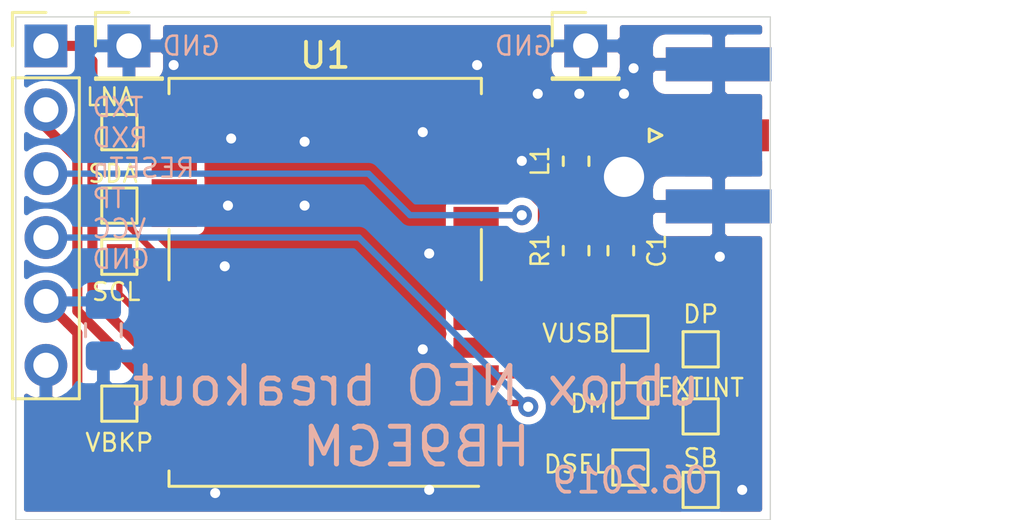
<source format=kicad_pcb>
(kicad_pcb (version 20171130) (host pcbnew 5.1.2)

  (general
    (thickness 1.6)
    (drawings 9)
    (tracks 102)
    (zones 0)
    (modules 19)
    (nets 20)
  )

  (page A4)
  (layers
    (0 F.Cu signal)
    (31 B.Cu signal)
    (32 B.Adhes user hide)
    (33 F.Adhes user hide)
    (34 B.Paste user hide)
    (35 F.Paste user hide)
    (36 B.SilkS user)
    (37 F.SilkS user)
    (38 B.Mask user)
    (39 F.Mask user)
    (40 Dwgs.User user)
    (41 Cmts.User user)
    (42 Eco1.User user)
    (43 Eco2.User user)
    (44 Edge.Cuts user)
    (45 Margin user)
    (46 B.CrtYd user)
    (47 F.CrtYd user)
    (48 B.Fab user hide)
    (49 F.Fab user hide)
  )

  (setup
    (last_trace_width 0.25)
    (user_trace_width 0.25)
    (user_trace_width 0.4)
    (trace_clearance 0.2)
    (zone_clearance 0.3)
    (zone_45_only no)
    (trace_min 0.2)
    (via_size 0.8)
    (via_drill 0.4)
    (via_min_size 0.4)
    (via_min_drill 0.3)
    (user_via 0.8 0.4)
    (uvia_size 0.3)
    (uvia_drill 0.1)
    (uvias_allowed no)
    (uvia_min_size 0.2)
    (uvia_min_drill 0.1)
    (edge_width 0.05)
    (segment_width 0.2)
    (pcb_text_width 0.3)
    (pcb_text_size 1.5 1.5)
    (mod_edge_width 0.12)
    (mod_text_size 1 1)
    (mod_text_width 0.15)
    (pad_size 1.524 1.524)
    (pad_drill 0.762)
    (pad_to_mask_clearance 0.051)
    (solder_mask_min_width 0.25)
    (aux_axis_origin 0 0)
    (visible_elements FFFFFF7F)
    (pcbplotparams
      (layerselection 0x010fc_ffffffff)
      (usegerberextensions false)
      (usegerberattributes false)
      (usegerberadvancedattributes false)
      (creategerberjobfile false)
      (excludeedgelayer true)
      (linewidth 0.100000)
      (plotframeref false)
      (viasonmask false)
      (mode 1)
      (useauxorigin false)
      (hpglpennumber 1)
      (hpglpenspeed 20)
      (hpglpendiameter 15.000000)
      (psnegative false)
      (psa4output false)
      (plotreference true)
      (plotvalue true)
      (plotinvisibletext false)
      (padsonsilk false)
      (subtractmaskfromsilk false)
      (outputformat 1)
      (mirror false)
      (drillshape 1)
      (scaleselection 1)
      (outputdirectory ""))
  )

  (net 0 "")
  (net 1 GND)
  (net 2 "Net-(C1-Pad1)")
  (net 3 VCC)
  (net 4 "Net-(R1-Pad1)")
  (net 5 "Net-(TP1-Pad1)")
  (net 6 "Net-(TP2-Pad1)")
  (net 7 "Net-(TP3-Pad1)")
  (net 8 "Net-(TP4-Pad1)")
  (net 9 "Net-(TP5-Pad1)")
  (net 10 "Net-(TP6-Pad1)")
  (net 11 "Net-(TP7-Pad1)")
  (net 12 "Net-(TP8-Pad1)")
  (net 13 "Net-(TP9-Pad1)")
  (net 14 "Net-(TP10-Pad1)")
  (net 15 /TXD)
  (net 16 /RXD)
  (net 17 /RESETn)
  (net 18 /RFin)
  (net 19 /TP)

  (net_class Default "This is the default net class."
    (clearance 0.2)
    (trace_width 0.25)
    (via_dia 0.8)
    (via_drill 0.4)
    (uvia_dia 0.3)
    (uvia_drill 0.1)
    (add_net /RESETn)
    (add_net /RFin)
    (add_net /RXD)
    (add_net /TP)
    (add_net /TXD)
    (add_net GND)
    (add_net "Net-(C1-Pad1)")
    (add_net "Net-(R1-Pad1)")
    (add_net "Net-(TP1-Pad1)")
    (add_net "Net-(TP10-Pad1)")
    (add_net "Net-(TP2-Pad1)")
    (add_net "Net-(TP3-Pad1)")
    (add_net "Net-(TP4-Pad1)")
    (add_net "Net-(TP5-Pad1)")
    (add_net "Net-(TP6-Pad1)")
    (add_net "Net-(TP7-Pad1)")
    (add_net "Net-(TP8-Pad1)")
    (add_net "Net-(TP9-Pad1)")
    (add_net VCC)
  )

  (module TestPoint:TestPoint_Pad_1.0x1.0mm (layer F.Cu) (tedit 5A0F774F) (tstamp 5D10283D)
    (at 174.117 84.582)
    (descr "SMD rectangular pad as test Point, square 1.0mm side length")
    (tags "test point SMD pad rectangle square")
    (path /5D10894F)
    (attr virtual)
    (fp_text reference TP10 (at 0 -1.448) (layer F.SilkS) hide
      (effects (font (size 1 1) (thickness 0.15)))
    )
    (fp_text value LNA (at -0.381 -1.397) (layer F.SilkS)
      (effects (font (size 0.7 0.7) (thickness 0.1)))
    )
    (fp_line (start 1 1) (end -1 1) (layer F.CrtYd) (width 0.05))
    (fp_line (start 1 1) (end 1 -1) (layer F.CrtYd) (width 0.05))
    (fp_line (start -1 -1) (end -1 1) (layer F.CrtYd) (width 0.05))
    (fp_line (start -1 -1) (end 1 -1) (layer F.CrtYd) (width 0.05))
    (fp_line (start -0.7 0.7) (end -0.7 -0.7) (layer F.SilkS) (width 0.12))
    (fp_line (start 0.7 0.7) (end -0.7 0.7) (layer F.SilkS) (width 0.12))
    (fp_line (start 0.7 -0.7) (end 0.7 0.7) (layer F.SilkS) (width 0.12))
    (fp_line (start -0.7 -0.7) (end 0.7 -0.7) (layer F.SilkS) (width 0.12))
    (fp_text user %R (at 0 -1.45) (layer F.Fab)
      (effects (font (size 1 1) (thickness 0.15)))
    )
    (pad 1 smd rect (at 0 0) (size 1 1) (layers F.Cu F.Mask)
      (net 14 "Net-(TP10-Pad1)"))
  )

  (module TestPoint:TestPoint_Pad_1.0x1.0mm (layer F.Cu) (tedit 5A0F774F) (tstamp 5D102835)
    (at 194.437 92.583)
    (descr "SMD rectangular pad as test Point, square 1.0mm side length")
    (tags "test point SMD pad rectangle square")
    (path /5D10F5A6)
    (attr virtual)
    (fp_text reference TP9 (at 0 -1.448) (layer F.SilkS) hide
      (effects (font (size 1 1) (thickness 0.15)))
    )
    (fp_text value VUSB (at -2.159 0) (layer F.SilkS)
      (effects (font (size 0.7 0.7) (thickness 0.1)))
    )
    (fp_line (start 1 1) (end -1 1) (layer F.CrtYd) (width 0.05))
    (fp_line (start 1 1) (end 1 -1) (layer F.CrtYd) (width 0.05))
    (fp_line (start -1 -1) (end -1 1) (layer F.CrtYd) (width 0.05))
    (fp_line (start -1 -1) (end 1 -1) (layer F.CrtYd) (width 0.05))
    (fp_line (start -0.7 0.7) (end -0.7 -0.7) (layer F.SilkS) (width 0.12))
    (fp_line (start 0.7 0.7) (end -0.7 0.7) (layer F.SilkS) (width 0.12))
    (fp_line (start 0.7 -0.7) (end 0.7 0.7) (layer F.SilkS) (width 0.12))
    (fp_line (start -0.7 -0.7) (end 0.7 -0.7) (layer F.SilkS) (width 0.12))
    (fp_text user %R (at 0 -1.45) (layer F.Fab)
      (effects (font (size 1 1) (thickness 0.15)))
    )
    (pad 1 smd rect (at 0 0) (size 1 1) (layers F.Cu F.Mask)
      (net 13 "Net-(TP9-Pad1)"))
  )

  (module TestPoint:TestPoint_Pad_1.0x1.0mm (layer F.Cu) (tedit 5A0F774F) (tstamp 5D10282D)
    (at 174.117 95.377)
    (descr "SMD rectangular pad as test Point, square 1.0mm side length")
    (tags "test point SMD pad rectangle square")
    (path /5D10EE20)
    (attr virtual)
    (fp_text reference TP8 (at 0 -1.448) (layer F.SilkS) hide
      (effects (font (size 1 1) (thickness 0.15)))
    )
    (fp_text value VBKP (at 0 1.55) (layer F.SilkS)
      (effects (font (size 0.7 0.7) (thickness 0.1)))
    )
    (fp_line (start 1 1) (end -1 1) (layer F.CrtYd) (width 0.05))
    (fp_line (start 1 1) (end 1 -1) (layer F.CrtYd) (width 0.05))
    (fp_line (start -1 -1) (end -1 1) (layer F.CrtYd) (width 0.05))
    (fp_line (start -1 -1) (end 1 -1) (layer F.CrtYd) (width 0.05))
    (fp_line (start -0.7 0.7) (end -0.7 -0.7) (layer F.SilkS) (width 0.12))
    (fp_line (start 0.7 0.7) (end -0.7 0.7) (layer F.SilkS) (width 0.12))
    (fp_line (start 0.7 -0.7) (end 0.7 0.7) (layer F.SilkS) (width 0.12))
    (fp_line (start -0.7 -0.7) (end 0.7 -0.7) (layer F.SilkS) (width 0.12))
    (fp_text user %R (at 0 -1.45) (layer F.Fab)
      (effects (font (size 1 1) (thickness 0.15)))
    )
    (pad 1 smd rect (at 0 0) (size 1 1) (layers F.Cu F.Mask)
      (net 12 "Net-(TP8-Pad1)"))
  )

  (module TestPoint:TestPoint_Pad_1.0x1.0mm (layer F.Cu) (tedit 5A0F774F) (tstamp 5D102825)
    (at 194.437 97.917)
    (descr "SMD rectangular pad as test Point, square 1.0mm side length")
    (tags "test point SMD pad rectangle square")
    (path /5D107215)
    (attr virtual)
    (fp_text reference TP7 (at 0 -1.448) (layer F.SilkS) hide
      (effects (font (size 1 1) (thickness 0.15)))
    )
    (fp_text value DSEL (at -2.159 -0.127) (layer F.SilkS)
      (effects (font (size 0.7 0.7) (thickness 0.1)))
    )
    (fp_line (start 1 1) (end -1 1) (layer F.CrtYd) (width 0.05))
    (fp_line (start 1 1) (end 1 -1) (layer F.CrtYd) (width 0.05))
    (fp_line (start -1 -1) (end -1 1) (layer F.CrtYd) (width 0.05))
    (fp_line (start -1 -1) (end 1 -1) (layer F.CrtYd) (width 0.05))
    (fp_line (start -0.7 0.7) (end -0.7 -0.7) (layer F.SilkS) (width 0.12))
    (fp_line (start 0.7 0.7) (end -0.7 0.7) (layer F.SilkS) (width 0.12))
    (fp_line (start 0.7 -0.7) (end 0.7 0.7) (layer F.SilkS) (width 0.12))
    (fp_line (start -0.7 -0.7) (end 0.7 -0.7) (layer F.SilkS) (width 0.12))
    (fp_text user %R (at 0 -1.45) (layer F.Fab)
      (effects (font (size 1 1) (thickness 0.15)))
    )
    (pad 1 smd rect (at 0 0) (size 1 1) (layers F.Cu F.Mask)
      (net 11 "Net-(TP7-Pad1)"))
  )

  (module TestPoint:TestPoint_Pad_1.0x1.0mm (layer F.Cu) (tedit 5A0F774F) (tstamp 5D10281D)
    (at 197.231 98.806)
    (descr "SMD rectangular pad as test Point, square 1.0mm side length")
    (tags "test point SMD pad rectangle square")
    (path /5D107756)
    (attr virtual)
    (fp_text reference TP6 (at 0 -1.448) (layer F.SilkS) hide
      (effects (font (size 1 1) (thickness 0.15)))
    )
    (fp_text value SB (at 0 -1.27) (layer F.SilkS)
      (effects (font (size 0.7 0.7) (thickness 0.1)))
    )
    (fp_line (start 1 1) (end -1 1) (layer F.CrtYd) (width 0.05))
    (fp_line (start 1 1) (end 1 -1) (layer F.CrtYd) (width 0.05))
    (fp_line (start -1 -1) (end -1 1) (layer F.CrtYd) (width 0.05))
    (fp_line (start -1 -1) (end 1 -1) (layer F.CrtYd) (width 0.05))
    (fp_line (start -0.7 0.7) (end -0.7 -0.7) (layer F.SilkS) (width 0.12))
    (fp_line (start 0.7 0.7) (end -0.7 0.7) (layer F.SilkS) (width 0.12))
    (fp_line (start 0.7 -0.7) (end 0.7 0.7) (layer F.SilkS) (width 0.12))
    (fp_line (start -0.7 -0.7) (end 0.7 -0.7) (layer F.SilkS) (width 0.12))
    (fp_text user %R (at 0 -1.45) (layer F.Fab)
      (effects (font (size 1 1) (thickness 0.15)))
    )
    (pad 1 smd rect (at 0 0) (size 1 1) (layers F.Cu F.Mask)
      (net 10 "Net-(TP6-Pad1)"))
  )

  (module TestPoint:TestPoint_Pad_1.0x1.0mm (layer F.Cu) (tedit 5A0F774F) (tstamp 5D102815)
    (at 197.231 95.885)
    (descr "SMD rectangular pad as test Point, square 1.0mm side length")
    (tags "test point SMD pad rectangle square")
    (path /5D106E94)
    (attr virtual)
    (fp_text reference TP5 (at 0 -1.448) (layer F.SilkS) hide
      (effects (font (size 1 1) (thickness 0.15)))
    )
    (fp_text value EXTINT (at 0 -1.143) (layer F.SilkS)
      (effects (font (size 0.7 0.7) (thickness 0.1)))
    )
    (fp_line (start 1 1) (end -1 1) (layer F.CrtYd) (width 0.05))
    (fp_line (start 1 1) (end 1 -1) (layer F.CrtYd) (width 0.05))
    (fp_line (start -1 -1) (end -1 1) (layer F.CrtYd) (width 0.05))
    (fp_line (start -1 -1) (end 1 -1) (layer F.CrtYd) (width 0.05))
    (fp_line (start -0.7 0.7) (end -0.7 -0.7) (layer F.SilkS) (width 0.12))
    (fp_line (start 0.7 0.7) (end -0.7 0.7) (layer F.SilkS) (width 0.12))
    (fp_line (start 0.7 -0.7) (end 0.7 0.7) (layer F.SilkS) (width 0.12))
    (fp_line (start -0.7 -0.7) (end 0.7 -0.7) (layer F.SilkS) (width 0.12))
    (fp_text user %R (at 0 -1.45) (layer F.Fab)
      (effects (font (size 1 1) (thickness 0.15)))
    )
    (pad 1 smd rect (at 0 0) (size 1 1) (layers F.Cu F.Mask)
      (net 9 "Net-(TP5-Pad1)"))
  )

  (module TestPoint:TestPoint_Pad_1.0x1.0mm (layer F.Cu) (tedit 5A0F774F) (tstamp 5D10280D)
    (at 174.117 89.535)
    (descr "SMD rectangular pad as test Point, square 1.0mm side length")
    (tags "test point SMD pad rectangle square")
    (path /5D106BAC)
    (attr virtual)
    (fp_text reference TP4 (at 0 -1.448) (layer F.SilkS) hide
      (effects (font (size 1 1) (thickness 0.15)))
    )
    (fp_text value SCL (at -0.127 1.397) (layer F.SilkS)
      (effects (font (size 0.7 0.7) (thickness 0.1)))
    )
    (fp_line (start 1 1) (end -1 1) (layer F.CrtYd) (width 0.05))
    (fp_line (start 1 1) (end 1 -1) (layer F.CrtYd) (width 0.05))
    (fp_line (start -1 -1) (end -1 1) (layer F.CrtYd) (width 0.05))
    (fp_line (start -1 -1) (end 1 -1) (layer F.CrtYd) (width 0.05))
    (fp_line (start -0.7 0.7) (end -0.7 -0.7) (layer F.SilkS) (width 0.12))
    (fp_line (start 0.7 0.7) (end -0.7 0.7) (layer F.SilkS) (width 0.12))
    (fp_line (start 0.7 -0.7) (end 0.7 0.7) (layer F.SilkS) (width 0.12))
    (fp_line (start -0.7 -0.7) (end 0.7 -0.7) (layer F.SilkS) (width 0.12))
    (fp_text user %R (at 0 -1.45) (layer F.Fab)
      (effects (font (size 1 1) (thickness 0.15)))
    )
    (pad 1 smd rect (at 0 0) (size 1 1) (layers F.Cu F.Mask)
      (net 8 "Net-(TP4-Pad1)"))
  )

  (module TestPoint:TestPoint_Pad_1.0x1.0mm (layer F.Cu) (tedit 5A0F774F) (tstamp 5D102805)
    (at 174.117 87.503)
    (descr "SMD rectangular pad as test Point, square 1.0mm side length")
    (tags "test point SMD pad rectangle square")
    (path /5D106397)
    (attr virtual)
    (fp_text reference TP3 (at 0 -1.448) (layer F.SilkS) hide
      (effects (font (size 1 1) (thickness 0.15)))
    )
    (fp_text value SDA (at -0.254 -1.27) (layer F.SilkS)
      (effects (font (size 0.7 0.7) (thickness 0.1)))
    )
    (fp_line (start 1 1) (end -1 1) (layer F.CrtYd) (width 0.05))
    (fp_line (start 1 1) (end 1 -1) (layer F.CrtYd) (width 0.05))
    (fp_line (start -1 -1) (end -1 1) (layer F.CrtYd) (width 0.05))
    (fp_line (start -1 -1) (end 1 -1) (layer F.CrtYd) (width 0.05))
    (fp_line (start -0.7 0.7) (end -0.7 -0.7) (layer F.SilkS) (width 0.12))
    (fp_line (start 0.7 0.7) (end -0.7 0.7) (layer F.SilkS) (width 0.12))
    (fp_line (start 0.7 -0.7) (end 0.7 0.7) (layer F.SilkS) (width 0.12))
    (fp_line (start -0.7 -0.7) (end 0.7 -0.7) (layer F.SilkS) (width 0.12))
    (fp_text user %R (at 0 -1.45) (layer F.Fab)
      (effects (font (size 1 1) (thickness 0.15)))
    )
    (pad 1 smd rect (at 0 0) (size 1 1) (layers F.Cu F.Mask)
      (net 7 "Net-(TP3-Pad1)"))
  )

  (module TestPoint:TestPoint_Pad_1.0x1.0mm (layer F.Cu) (tedit 5A0F774F) (tstamp 5D10591C)
    (at 197.231 93.218)
    (descr "SMD rectangular pad as test Point, square 1.0mm side length")
    (tags "test point SMD pad rectangle square")
    (path /5D10E820)
    (attr virtual)
    (fp_text reference TP2 (at 0 -1.448) (layer F.SilkS) hide
      (effects (font (size 1 1) (thickness 0.15)))
    )
    (fp_text value DP (at 0 -1.397) (layer F.SilkS)
      (effects (font (size 0.7 0.7) (thickness 0.1)))
    )
    (fp_line (start 1 1) (end -1 1) (layer F.CrtYd) (width 0.05))
    (fp_line (start 1 1) (end 1 -1) (layer F.CrtYd) (width 0.05))
    (fp_line (start -1 -1) (end -1 1) (layer F.CrtYd) (width 0.05))
    (fp_line (start -1 -1) (end 1 -1) (layer F.CrtYd) (width 0.05))
    (fp_line (start -0.7 0.7) (end -0.7 -0.7) (layer F.SilkS) (width 0.12))
    (fp_line (start 0.7 0.7) (end -0.7 0.7) (layer F.SilkS) (width 0.12))
    (fp_line (start 0.7 -0.7) (end 0.7 0.7) (layer F.SilkS) (width 0.12))
    (fp_line (start -0.7 -0.7) (end 0.7 -0.7) (layer F.SilkS) (width 0.12))
    (fp_text user %R (at 0 -1.45) (layer F.Fab)
      (effects (font (size 1 1) (thickness 0.15)))
    )
    (pad 1 smd rect (at 0 0) (size 1 1) (layers F.Cu F.Mask)
      (net 6 "Net-(TP2-Pad1)"))
  )

  (module TestPoint:TestPoint_Pad_1.0x1.0mm (layer F.Cu) (tedit 5A0F774F) (tstamp 5D1027F5)
    (at 194.437 95.25)
    (descr "SMD rectangular pad as test Point, square 1.0mm side length")
    (tags "test point SMD pad rectangle square")
    (path /5D10EBDF)
    (attr virtual)
    (fp_text reference TP1 (at 0 -1.448) (layer F.SilkS) hide
      (effects (font (size 1 1) (thickness 0.15)))
    )
    (fp_text value DM (at -1.651 0.127) (layer F.SilkS)
      (effects (font (size 0.7 0.7) (thickness 0.1)))
    )
    (fp_line (start 1 1) (end -1 1) (layer F.CrtYd) (width 0.05))
    (fp_line (start 1 1) (end 1 -1) (layer F.CrtYd) (width 0.05))
    (fp_line (start -1 -1) (end -1 1) (layer F.CrtYd) (width 0.05))
    (fp_line (start -1 -1) (end 1 -1) (layer F.CrtYd) (width 0.05))
    (fp_line (start -0.7 0.7) (end -0.7 -0.7) (layer F.SilkS) (width 0.12))
    (fp_line (start 0.7 0.7) (end -0.7 0.7) (layer F.SilkS) (width 0.12))
    (fp_line (start 0.7 -0.7) (end 0.7 0.7) (layer F.SilkS) (width 0.12))
    (fp_line (start -0.7 -0.7) (end 0.7 -0.7) (layer F.SilkS) (width 0.12))
    (fp_text user %R (at 0 -1.45) (layer F.Fab)
      (effects (font (size 1 1) (thickness 0.15)))
    )
    (pad 1 smd rect (at 0 0) (size 1 1) (layers F.Cu F.Mask)
      (net 5 "Net-(TP1-Pad1)"))
  )

  (module Capacitor_SMD:C_0805_2012Metric_Pad1.15x1.40mm_HandSolder (layer B.Cu) (tedit 5B36C52B) (tstamp 5D102EFB)
    (at 173.482 92.456 270)
    (descr "Capacitor SMD 0805 (2012 Metric), square (rectangular) end terminal, IPC_7351 nominal with elongated pad for handsoldering. (Body size source: https://docs.google.com/spreadsheets/d/1BsfQQcO9C6DZCsRaXUlFlo91Tg2WpOkGARC1WS5S8t0/edit?usp=sharing), generated with kicad-footprint-generator")
    (tags "capacitor handsolder")
    (path /5D103A7A)
    (attr smd)
    (fp_text reference C2 (at 0 1.65 270) (layer B.SilkS) hide
      (effects (font (size 1 1) (thickness 0.15)) (justify mirror))
    )
    (fp_text value 330pF (at 0 -1.65 270) (layer B.Fab)
      (effects (font (size 1 1) (thickness 0.15)) (justify mirror))
    )
    (fp_text user %R (at 0 0 270) (layer B.Fab)
      (effects (font (size 0.5 0.5) (thickness 0.08)) (justify mirror))
    )
    (fp_line (start 1.85 -0.95) (end -1.85 -0.95) (layer B.CrtYd) (width 0.05))
    (fp_line (start 1.85 0.95) (end 1.85 -0.95) (layer B.CrtYd) (width 0.05))
    (fp_line (start -1.85 0.95) (end 1.85 0.95) (layer B.CrtYd) (width 0.05))
    (fp_line (start -1.85 -0.95) (end -1.85 0.95) (layer B.CrtYd) (width 0.05))
    (fp_line (start -0.261252 -0.71) (end 0.261252 -0.71) (layer B.SilkS) (width 0.12))
    (fp_line (start -0.261252 0.71) (end 0.261252 0.71) (layer B.SilkS) (width 0.12))
    (fp_line (start 1 -0.6) (end -1 -0.6) (layer B.Fab) (width 0.1))
    (fp_line (start 1 0.6) (end 1 -0.6) (layer B.Fab) (width 0.1))
    (fp_line (start -1 0.6) (end 1 0.6) (layer B.Fab) (width 0.1))
    (fp_line (start -1 -0.6) (end -1 0.6) (layer B.Fab) (width 0.1))
    (pad 2 smd roundrect (at 1.025 0 270) (size 1.15 1.4) (layers B.Cu B.Paste B.Mask) (roundrect_rratio 0.217391)
      (net 1 GND))
    (pad 1 smd roundrect (at -1.025 0 270) (size 1.15 1.4) (layers B.Cu B.Paste B.Mask) (roundrect_rratio 0.217391)
      (net 3 VCC))
    (model ${KISYS3DMOD}/Capacitor_SMD.3dshapes/C_0805_2012Metric.wrl
      (at (xyz 0 0 0))
      (scale (xyz 1 1 1))
      (rotate (xyz 0 0 0))
    )
  )

  (module RF_GPS:ublox_NEO (layer F.Cu) (tedit 5C292BF6) (tstamp 5D103F6B)
    (at 182.301 90.554 180)
    (descr "ublox NEO 6/7/8, (https://www.u-blox.com/sites/default/files/NEO-8Q-NEO-M8-FW3_HardwareIntegrationManual_%28UBX-15029985%29_0.pdf)")
    (tags "GPS ublox NEO 6/7/8")
    (path /5D0FC81C)
    (attr smd)
    (fp_text reference U1 (at 0 9.02) (layer F.SilkS)
      (effects (font (size 1 1) (thickness 0.15)))
    )
    (fp_text value NEO-M8N (at 0 0.8) (layer F.Fab)
      (effects (font (size 1 1) (thickness 0.15)))
    )
    (fp_line (start 6.21 7.5) (end 6.21 8.1) (layer F.SilkS) (width 0.12))
    (fp_line (start -6.1 -6.6) (end -5.2 -7) (layer F.Fab) (width 0.1))
    (fp_line (start -6.1 -7.4) (end -5.2 -7) (layer F.Fab) (width 0.1))
    (fp_line (start -7.15 8.25) (end 7.15 8.25) (layer F.CrtYd) (width 0.05))
    (fp_line (start 7.15 -8.25) (end 7.15 8.25) (layer F.CrtYd) (width 0.05))
    (fp_line (start -7.15 -8.25) (end 7.15 -8.25) (layer F.CrtYd) (width 0.05))
    (fp_line (start -7.15 -8.25) (end -7.15 8.25) (layer F.CrtYd) (width 0.05))
    (fp_line (start 6.21 -8.11) (end 6.21 -7.5) (layer F.SilkS) (width 0.12))
    (fp_line (start -6.21 7.5) (end -6.21 8.11) (layer F.SilkS) (width 0.12))
    (fp_line (start -6.1 -8.11) (end 6.21 -8.11) (layer F.SilkS) (width 0.12))
    (fp_line (start -6.21 8.11) (end 6.21 8.11) (layer F.SilkS) (width 0.12))
    (fp_line (start 6.21 0.1) (end 6.21 2.1) (layer F.SilkS) (width 0.12))
    (fp_line (start -6.21 0.1) (end -6.21 2.1) (layer F.SilkS) (width 0.12))
    (fp_line (start -6.1 -8) (end -6.1 8) (layer F.Fab) (width 0.1))
    (fp_line (start -6.1 8) (end 6.1 8) (layer F.Fab) (width 0.1))
    (fp_line (start 6.1 -8) (end 6.1 8) (layer F.Fab) (width 0.1))
    (fp_line (start -6.1 -8) (end 6.1 -8) (layer F.Fab) (width 0.1))
    (fp_text user %R (at 0 -0.8) (layer F.Fab)
      (effects (font (size 1 1) (thickness 0.15)))
    )
    (pad 24 smd rect (at 6 -7 180) (size 1.8 0.8) (layers F.Cu F.Paste F.Mask)
      (net 1 GND))
    (pad 23 connect rect (at 6 -5.9 180) (size 1.8 0.8) (layers F.Cu F.Mask)
      (net 3 VCC))
    (pad 22 smd rect (at 6 -4.8 180) (size 1.8 0.8) (layers F.Cu F.Paste F.Mask)
      (net 12 "Net-(TP8-Pad1)"))
    (pad 21 smd rect (at 6 -3.7 180) (size 1.8 0.8) (layers F.Cu F.Paste F.Mask)
      (net 16 /RXD))
    (pad 20 smd rect (at 6 -2.6 180) (size 1.8 0.8) (layers F.Cu F.Paste F.Mask)
      (net 15 /TXD))
    (pad 19 smd rect (at 6 -1.5 180) (size 1.8 0.8) (layers F.Cu F.Paste F.Mask)
      (net 8 "Net-(TP4-Pad1)"))
    (pad 18 smd rect (at 6 -0.4 180) (size 1.8 0.8) (layers F.Cu F.Paste F.Mask)
      (net 7 "Net-(TP3-Pad1)"))
    (pad 17 smd rect (at 6 2.6 180) (size 1.8 0.8) (layers F.Cu F.Paste F.Mask))
    (pad 16 smd rect (at 6 3.7 180) (size 1.8 0.8) (layers F.Cu F.Paste F.Mask))
    (pad 15 smd rect (at 6 4.8 180) (size 1.8 0.8) (layers F.Cu F.Paste F.Mask))
    (pad 14 smd rect (at 6 5.9 180) (size 1.8 0.8) (layers F.Cu F.Paste F.Mask)
      (net 14 "Net-(TP10-Pad1)"))
    (pad 13 smd rect (at 6 7 180) (size 1.8 0.8) (layers F.Cu F.Paste F.Mask)
      (net 1 GND))
    (pad 12 smd rect (at -6 7 180) (size 1.8 0.8) (layers F.Cu F.Paste F.Mask)
      (net 1 GND))
    (pad 11 smd rect (at -6 5.9 180) (size 1.8 0.8) (layers F.Cu F.Paste F.Mask)
      (net 18 /RFin))
    (pad 10 smd rect (at -6 4.8 180) (size 1.8 0.8) (layers F.Cu F.Paste F.Mask)
      (net 1 GND))
    (pad 9 smd rect (at -6 3.7 180) (size 1.8 0.8) (layers F.Cu F.Paste F.Mask)
      (net 4 "Net-(R1-Pad1)"))
    (pad 8 smd rect (at -6 2.6 180) (size 1.8 0.8) (layers F.Cu F.Paste F.Mask)
      (net 17 /RESETn))
    (pad 7 smd rect (at -6 -0.4 180) (size 1.8 0.8) (layers F.Cu F.Paste F.Mask)
      (net 13 "Net-(TP9-Pad1)"))
    (pad 6 smd rect (at -6 -1.5 180) (size 1.8 0.8) (layers F.Cu F.Paste F.Mask)
      (net 6 "Net-(TP2-Pad1)"))
    (pad 5 smd rect (at -6 -2.6 180) (size 1.8 0.8) (layers F.Cu F.Paste F.Mask)
      (net 5 "Net-(TP1-Pad1)"))
    (pad 4 smd rect (at -6 -3.7 180) (size 1.8 0.8) (layers F.Cu F.Paste F.Mask)
      (net 9 "Net-(TP5-Pad1)"))
    (pad 3 smd rect (at -6 -4.8 180) (size 1.8 0.8) (layers F.Cu F.Paste F.Mask)
      (net 19 /TP))
    (pad 2 smd rect (at -6 -5.9 180) (size 1.8 0.8) (layers F.Cu F.Paste F.Mask)
      (net 11 "Net-(TP7-Pad1)"))
    (pad 1 smd rect (at -6 -7 180) (size 1.8 0.8) (layers F.Cu F.Paste F.Mask)
      (net 10 "Net-(TP6-Pad1)"))
    (model ${KISYS3DMOD}/RF_GPS.3dshapes/ublox_NEO.wrl
      (at (xyz 0 0 0))
      (scale (xyz 1 1 1))
      (rotate (xyz 0 0 0))
    )
  )

  (module Resistor_SMD:R_0603_1608Metric_Pad1.05x0.95mm_HandSolder (layer F.Cu) (tedit 5B301BBD) (tstamp 5D103FD5)
    (at 192.278 89.295 90)
    (descr "Resistor SMD 0603 (1608 Metric), square (rectangular) end terminal, IPC_7351 nominal with elongated pad for handsoldering. (Body size source: http://www.tortai-tech.com/upload/download/2011102023233369053.pdf), generated with kicad-footprint-generator")
    (tags "resistor handsolder")
    (path /5D108C6F)
    (attr smd)
    (fp_text reference R1 (at 0 -1.43 90) (layer F.SilkS)
      (effects (font (size 0.7 0.7) (thickness 0.1)))
    )
    (fp_text value 10R (at 0 1.43 90) (layer F.Fab)
      (effects (font (size 1 1) (thickness 0.15)))
    )
    (fp_text user %R (at 0.367 0 90) (layer F.Fab)
      (effects (font (size 0.4 0.4) (thickness 0.06)))
    )
    (fp_line (start 1.65 0.73) (end -1.65 0.73) (layer F.CrtYd) (width 0.05))
    (fp_line (start 1.65 -0.73) (end 1.65 0.73) (layer F.CrtYd) (width 0.05))
    (fp_line (start -1.65 -0.73) (end 1.65 -0.73) (layer F.CrtYd) (width 0.05))
    (fp_line (start -1.65 0.73) (end -1.65 -0.73) (layer F.CrtYd) (width 0.05))
    (fp_line (start -0.171267 0.51) (end 0.171267 0.51) (layer F.SilkS) (width 0.12))
    (fp_line (start -0.171267 -0.51) (end 0.171267 -0.51) (layer F.SilkS) (width 0.12))
    (fp_line (start 0.8 0.4) (end -0.8 0.4) (layer F.Fab) (width 0.1))
    (fp_line (start 0.8 -0.4) (end 0.8 0.4) (layer F.Fab) (width 0.1))
    (fp_line (start -0.8 -0.4) (end 0.8 -0.4) (layer F.Fab) (width 0.1))
    (fp_line (start -0.8 0.4) (end -0.8 -0.4) (layer F.Fab) (width 0.1))
    (pad 2 smd roundrect (at 0.875 0 90) (size 1.05 0.95) (layers F.Cu F.Paste F.Mask) (roundrect_rratio 0.25)
      (net 2 "Net-(C1-Pad1)"))
    (pad 1 smd roundrect (at -0.875 0 90) (size 1.05 0.95) (layers F.Cu F.Paste F.Mask) (roundrect_rratio 0.25)
      (net 4 "Net-(R1-Pad1)"))
    (model ${KISYS3DMOD}/Resistor_SMD.3dshapes/R_0603_1608Metric.wrl
      (at (xyz 0 0 0))
      (scale (xyz 1 1 1))
      (rotate (xyz 0 0 0))
    )
  )

  (module Inductor_SMD:L_0603_1608Metric_Pad1.05x0.95mm_HandSolder (layer F.Cu) (tedit 5B301BBE) (tstamp 5D1040AD)
    (at 192.278 85.739 90)
    (descr "Capacitor SMD 0603 (1608 Metric), square (rectangular) end terminal, IPC_7351 nominal with elongated pad for handsoldering. (Body size source: http://www.tortai-tech.com/upload/download/2011102023233369053.pdf), generated with kicad-footprint-generator")
    (tags "inductor handsolder")
    (path /5D10928A)
    (attr smd)
    (fp_text reference L1 (at 0 -1.43 90) (layer F.SilkS)
      (effects (font (size 0.7 0.7) (thickness 0.1)))
    )
    (fp_text value 22nH (at 0 1.43 90) (layer F.Fab)
      (effects (font (size 1 1) (thickness 0.15)))
    )
    (fp_text user %R (at 0 0 90) (layer F.Fab)
      (effects (font (size 0.4 0.4) (thickness 0.06)))
    )
    (fp_line (start 1.65 0.73) (end -1.65 0.73) (layer F.CrtYd) (width 0.05))
    (fp_line (start 1.65 -0.73) (end 1.65 0.73) (layer F.CrtYd) (width 0.05))
    (fp_line (start -1.65 -0.73) (end 1.65 -0.73) (layer F.CrtYd) (width 0.05))
    (fp_line (start -1.65 0.73) (end -1.65 -0.73) (layer F.CrtYd) (width 0.05))
    (fp_line (start -0.171267 0.51) (end 0.171267 0.51) (layer F.SilkS) (width 0.12))
    (fp_line (start -0.171267 -0.51) (end 0.171267 -0.51) (layer F.SilkS) (width 0.12))
    (fp_line (start 0.8 0.4) (end -0.8 0.4) (layer F.Fab) (width 0.1))
    (fp_line (start 0.8 -0.4) (end 0.8 0.4) (layer F.Fab) (width 0.1))
    (fp_line (start -0.8 -0.4) (end 0.8 -0.4) (layer F.Fab) (width 0.1))
    (fp_line (start -0.8 0.4) (end -0.8 -0.4) (layer F.Fab) (width 0.1))
    (pad 2 smd roundrect (at 0.875 0 90) (size 1.05 0.95) (layers F.Cu F.Paste F.Mask) (roundrect_rratio 0.25)
      (net 18 /RFin))
    (pad 1 smd roundrect (at -0.875 0 90) (size 1.05 0.95) (layers F.Cu F.Paste F.Mask) (roundrect_rratio 0.25)
      (net 2 "Net-(C1-Pad1)"))
    (model ${KISYS3DMOD}/Inductor_SMD.3dshapes/L_0603_1608Metric.wrl
      (at (xyz 0 0 0))
      (scale (xyz 1 1 1))
      (rotate (xyz 0 0 0))
    )
  )

  (module Connector_Coaxial:SMA_Samtec_SMA-J-P-H-ST-EM1_EdgeMount (layer F.Cu) (tedit 5BA382C0) (tstamp 5D10404D)
    (at 197.946 84.709)
    (descr http://suddendocs.samtec.com/prints/sma-j-p-x-st-em1-mkt.pdf)
    (tags SMA)
    (path /5D0FE53D)
    (attr smd)
    (fp_text reference J4 (at -3.5 0 90) (layer F.SilkS) hide
      (effects (font (size 1 1) (thickness 0.15)))
    )
    (fp_text value Conn_Coaxial (at 5 5.9) (layer F.Fab)
      (effects (font (size 1 1) (thickness 0.15)))
    )
    (fp_text user "PCB Edge" (at 2.6 0 90) (layer Dwgs.User)
      (effects (font (size 0.5 0.5) (thickness 0.1)))
    )
    (fp_line (start 2.1 -3.5) (end 2.1 3.5) (layer Dwgs.User) (width 0.1))
    (fp_line (start 3 4.5) (end 3 4) (layer B.CrtYd) (width 0.05))
    (fp_line (start 12.12 4.5) (end 3 4.5) (layer B.CrtYd) (width 0.05))
    (fp_line (start 3 -4.5) (end 3 -4) (layer B.CrtYd) (width 0.05))
    (fp_line (start 12.12 -4.5) (end 3 -4.5) (layer B.CrtYd) (width 0.05))
    (fp_line (start 3 -4.5) (end 3 -4) (layer F.CrtYd) (width 0.05))
    (fp_line (start 12.12 -4.5) (end 3 -4.5) (layer F.CrtYd) (width 0.05))
    (fp_line (start 3 4.5) (end 3 4) (layer F.CrtYd) (width 0.05))
    (fp_line (start 12.12 4.5) (end 3 4.5) (layer F.CrtYd) (width 0.05))
    (fp_line (start -1.71 3.175) (end 11.62 3.175) (layer F.Fab) (width 0.1))
    (fp_line (start -1.71 2.365) (end -1.71 3.175) (layer F.Fab) (width 0.1))
    (fp_line (start 2.1 2.365) (end -1.71 2.365) (layer F.Fab) (width 0.1))
    (fp_line (start 2.1 -2.365) (end 2.1 2.365) (layer F.Fab) (width 0.1))
    (fp_line (start -1.71 -2.365) (end 2.1 -2.365) (layer F.Fab) (width 0.1))
    (fp_line (start -1.71 -3.175) (end -1.71 -2.365) (layer F.Fab) (width 0.1))
    (fp_line (start -1.71 -3.175) (end 11.62 -3.175) (layer F.Fab) (width 0.1))
    (fp_line (start 11.62 -3.165) (end 11.62 3.165) (layer F.Fab) (width 0.1))
    (fp_line (start -2.6 4) (end -2.6 -4) (layer B.CrtYd) (width 0.05))
    (fp_line (start 3 4) (end -2.6 4) (layer B.CrtYd) (width 0.05))
    (fp_line (start 12.12 -4.5) (end 12.12 4.5) (layer B.CrtYd) (width 0.05))
    (fp_line (start 3 -4) (end -2.6 -4) (layer B.CrtYd) (width 0.05))
    (fp_line (start -2.6 4) (end -2.6 -4) (layer F.CrtYd) (width 0.05))
    (fp_line (start 3 4) (end -2.6 4) (layer F.CrtYd) (width 0.05))
    (fp_line (start 12.12 -4.5) (end 12.12 4.5) (layer F.CrtYd) (width 0.05))
    (fp_line (start 3 -4) (end -2.6 -4) (layer F.CrtYd) (width 0.05))
    (fp_text user %R (at 4.79 0 270) (layer F.Fab)
      (effects (font (size 1 1) (thickness 0.15)))
    )
    (fp_line (start 2.1 -0.75) (end 3.1 0) (layer F.Fab) (width 0.1))
    (fp_line (start 3.1 0) (end 2.1 0.75) (layer F.Fab) (width 0.1))
    (fp_line (start -2.26 0) (end -2.76 -0.25) (layer F.SilkS) (width 0.12))
    (fp_line (start -2.76 -0.25) (end -2.76 0.25) (layer F.SilkS) (width 0.12))
    (fp_line (start -2.76 0.25) (end -2.26 0) (layer F.SilkS) (width 0.12))
    (pad 1 smd rect (at 0.2 0 90) (size 1.27 3.6) (layers F.Cu F.Paste F.Mask)
      (net 18 /RFin))
    (pad 2 smd rect (at 0 -2.825 90) (size 1.35 4.2) (layers F.Cu F.Paste F.Mask)
      (net 1 GND))
    (pad 2 smd rect (at 0 2.825 90) (size 1.35 4.2) (layers F.Cu F.Paste F.Mask)
      (net 1 GND))
    (pad 2 smd rect (at 0 -2.825 90) (size 1.35 4.2) (layers B.Cu B.Paste B.Mask)
      (net 1 GND))
    (pad 2 smd rect (at 0 2.825 90) (size 1.35 4.2) (layers B.Cu B.Paste B.Mask)
      (net 1 GND))
    (model ${KISYS3DMOD}/Connector_Coaxial.3dshapes/SMA_Samtec_SMA-J-P-H-ST-EM1_EdgeMount.wrl
      (at (xyz 0 0 0))
      (scale (xyz 1 1 1))
      (rotate (xyz 0 0 0))
    )
  )

  (module Connector_PinHeader_2.54mm:PinHeader_1x01_P2.54mm_Vertical (layer F.Cu) (tedit 59FED5CC) (tstamp 5D1027A2)
    (at 192.659 81.153)
    (descr "Through hole straight pin header, 1x01, 2.54mm pitch, single row")
    (tags "Through hole pin header THT 1x01 2.54mm single row")
    (path /5D0FF42A)
    (fp_text reference J3 (at 0 -2.33) (layer F.SilkS) hide
      (effects (font (size 1 1) (thickness 0.15)))
    )
    (fp_text value Conn_01x01 (at 0 2.33) (layer F.Fab)
      (effects (font (size 1 1) (thickness 0.15)))
    )
    (fp_text user %R (at 0 0 90) (layer F.Fab)
      (effects (font (size 1 1) (thickness 0.15)))
    )
    (fp_line (start 1.8 -1.8) (end -1.8 -1.8) (layer F.CrtYd) (width 0.05))
    (fp_line (start 1.8 1.8) (end 1.8 -1.8) (layer F.CrtYd) (width 0.05))
    (fp_line (start -1.8 1.8) (end 1.8 1.8) (layer F.CrtYd) (width 0.05))
    (fp_line (start -1.8 -1.8) (end -1.8 1.8) (layer F.CrtYd) (width 0.05))
    (fp_line (start -1.33 -1.33) (end 0 -1.33) (layer F.SilkS) (width 0.12))
    (fp_line (start -1.33 0) (end -1.33 -1.33) (layer F.SilkS) (width 0.12))
    (fp_line (start -1.33 1.27) (end 1.33 1.27) (layer F.SilkS) (width 0.12))
    (fp_line (start 1.33 1.27) (end 1.33 1.33) (layer F.SilkS) (width 0.12))
    (fp_line (start -1.33 1.27) (end -1.33 1.33) (layer F.SilkS) (width 0.12))
    (fp_line (start -1.33 1.33) (end 1.33 1.33) (layer F.SilkS) (width 0.12))
    (fp_line (start -1.27 -0.635) (end -0.635 -1.27) (layer F.Fab) (width 0.1))
    (fp_line (start -1.27 1.27) (end -1.27 -0.635) (layer F.Fab) (width 0.1))
    (fp_line (start 1.27 1.27) (end -1.27 1.27) (layer F.Fab) (width 0.1))
    (fp_line (start 1.27 -1.27) (end 1.27 1.27) (layer F.Fab) (width 0.1))
    (fp_line (start -0.635 -1.27) (end 1.27 -1.27) (layer F.Fab) (width 0.1))
    (pad 1 thru_hole rect (at 0 0) (size 1.7 1.7) (drill 1) (layers *.Cu *.Mask)
      (net 1 GND))
    (model ${KISYS3DMOD}/Connector_PinHeader_2.54mm.3dshapes/PinHeader_1x01_P2.54mm_Vertical.wrl
      (at (xyz 0 0 0))
      (scale (xyz 1 1 1))
      (rotate (xyz 0 0 0))
    )
  )

  (module Connector_PinHeader_2.54mm:PinHeader_1x01_P2.54mm_Vertical (layer F.Cu) (tedit 59FED5CC) (tstamp 5D102A5D)
    (at 174.498 81.153)
    (descr "Through hole straight pin header, 1x01, 2.54mm pitch, single row")
    (tags "Through hole pin header THT 1x01 2.54mm single row")
    (path /5D0FEE65)
    (fp_text reference J2 (at 0 -2.33) (layer F.SilkS) hide
      (effects (font (size 1 1) (thickness 0.15)))
    )
    (fp_text value Conn_01x01 (at 0 2.33) (layer F.Fab)
      (effects (font (size 1 1) (thickness 0.15)))
    )
    (fp_text user %R (at 0 0 90) (layer F.Fab)
      (effects (font (size 1 1) (thickness 0.15)))
    )
    (fp_line (start 1.8 -1.8) (end -1.8 -1.8) (layer F.CrtYd) (width 0.05))
    (fp_line (start 1.8 1.8) (end 1.8 -1.8) (layer F.CrtYd) (width 0.05))
    (fp_line (start -1.8 1.8) (end 1.8 1.8) (layer F.CrtYd) (width 0.05))
    (fp_line (start -1.8 -1.8) (end -1.8 1.8) (layer F.CrtYd) (width 0.05))
    (fp_line (start -1.33 -1.33) (end 0 -1.33) (layer F.SilkS) (width 0.12))
    (fp_line (start -1.33 0) (end -1.33 -1.33) (layer F.SilkS) (width 0.12))
    (fp_line (start -1.33 1.27) (end 1.33 1.27) (layer F.SilkS) (width 0.12))
    (fp_line (start 1.33 1.27) (end 1.33 1.33) (layer F.SilkS) (width 0.12))
    (fp_line (start -1.33 1.27) (end -1.33 1.33) (layer F.SilkS) (width 0.12))
    (fp_line (start -1.33 1.33) (end 1.33 1.33) (layer F.SilkS) (width 0.12))
    (fp_line (start -1.27 -0.635) (end -0.635 -1.27) (layer F.Fab) (width 0.1))
    (fp_line (start -1.27 1.27) (end -1.27 -0.635) (layer F.Fab) (width 0.1))
    (fp_line (start 1.27 1.27) (end -1.27 1.27) (layer F.Fab) (width 0.1))
    (fp_line (start 1.27 -1.27) (end 1.27 1.27) (layer F.Fab) (width 0.1))
    (fp_line (start -0.635 -1.27) (end 1.27 -1.27) (layer F.Fab) (width 0.1))
    (pad 1 thru_hole rect (at 0 0) (size 1.7 1.7) (drill 1) (layers *.Cu *.Mask)
      (net 1 GND))
    (model ${KISYS3DMOD}/Connector_PinHeader_2.54mm.3dshapes/PinHeader_1x01_P2.54mm_Vertical.wrl
      (at (xyz 0 0 0))
      (scale (xyz 1 1 1))
      (rotate (xyz 0 0 0))
    )
  )

  (module Connector_PinHeader_2.54mm:PinHeader_1x06_P2.54mm_Vertical (layer F.Cu) (tedit 59FED5CC) (tstamp 5D102778)
    (at 171.196 81.153)
    (descr "Through hole straight pin header, 1x06, 2.54mm pitch, single row")
    (tags "Through hole pin header THT 1x06 2.54mm single row")
    (path /5D0FD8CC)
    (fp_text reference J1 (at 0 -2.33) (layer F.SilkS) hide
      (effects (font (size 1 1) (thickness 0.15)))
    )
    (fp_text value Conn_01x06 (at 0 15.03) (layer F.Fab)
      (effects (font (size 1 1) (thickness 0.15)))
    )
    (fp_text user %R (at 0 6.35 90) (layer F.Fab)
      (effects (font (size 1 1) (thickness 0.15)))
    )
    (fp_line (start 1.8 -1.8) (end -1.8 -1.8) (layer F.CrtYd) (width 0.05))
    (fp_line (start 1.8 14.5) (end 1.8 -1.8) (layer F.CrtYd) (width 0.05))
    (fp_line (start -1.8 14.5) (end 1.8 14.5) (layer F.CrtYd) (width 0.05))
    (fp_line (start -1.8 -1.8) (end -1.8 14.5) (layer F.CrtYd) (width 0.05))
    (fp_line (start -1.33 -1.33) (end 0 -1.33) (layer F.SilkS) (width 0.12))
    (fp_line (start -1.33 0) (end -1.33 -1.33) (layer F.SilkS) (width 0.12))
    (fp_line (start -1.33 1.27) (end 1.33 1.27) (layer F.SilkS) (width 0.12))
    (fp_line (start 1.33 1.27) (end 1.33 14.03) (layer F.SilkS) (width 0.12))
    (fp_line (start -1.33 1.27) (end -1.33 14.03) (layer F.SilkS) (width 0.12))
    (fp_line (start -1.33 14.03) (end 1.33 14.03) (layer F.SilkS) (width 0.12))
    (fp_line (start -1.27 -0.635) (end -0.635 -1.27) (layer F.Fab) (width 0.1))
    (fp_line (start -1.27 13.97) (end -1.27 -0.635) (layer F.Fab) (width 0.1))
    (fp_line (start 1.27 13.97) (end -1.27 13.97) (layer F.Fab) (width 0.1))
    (fp_line (start 1.27 -1.27) (end 1.27 13.97) (layer F.Fab) (width 0.1))
    (fp_line (start -0.635 -1.27) (end 1.27 -1.27) (layer F.Fab) (width 0.1))
    (pad 6 thru_hole oval (at 0 12.7) (size 1.7 1.7) (drill 1) (layers *.Cu *.Mask)
      (net 1 GND))
    (pad 5 thru_hole oval (at 0 10.16) (size 1.7 1.7) (drill 1) (layers *.Cu *.Mask)
      (net 3 VCC))
    (pad 4 thru_hole oval (at 0 7.62) (size 1.7 1.7) (drill 1) (layers *.Cu *.Mask)
      (net 19 /TP))
    (pad 3 thru_hole oval (at 0 5.08) (size 1.7 1.7) (drill 1) (layers *.Cu *.Mask)
      (net 17 /RESETn))
    (pad 2 thru_hole oval (at 0 2.54) (size 1.7 1.7) (drill 1) (layers *.Cu *.Mask)
      (net 16 /RXD))
    (pad 1 thru_hole rect (at 0 0) (size 1.7 1.7) (drill 1) (layers *.Cu *.Mask)
      (net 15 /TXD))
    (model ${KISYS3DMOD}/Connector_PinHeader_2.54mm.3dshapes/PinHeader_1x06_P2.54mm_Vertical.wrl
      (at (xyz 0 0 0))
      (scale (xyz 1 1 1))
      (rotate (xyz 0 0 0))
    )
  )

  (module Capacitor_SMD:C_0603_1608Metric_Pad1.05x0.95mm_HandSolder (layer F.Cu) (tedit 5B301BBE) (tstamp 5D104005)
    (at 194.056 89.295 270)
    (descr "Capacitor SMD 0603 (1608 Metric), square (rectangular) end terminal, IPC_7351 nominal with elongated pad for handsoldering. (Body size source: http://www.tortai-tech.com/upload/download/2011102023233369053.pdf), generated with kicad-footprint-generator")
    (tags "capacitor handsolder")
    (path /5D10AD5E)
    (attr smd)
    (fp_text reference C1 (at 0 -1.43 90) (layer F.SilkS)
      (effects (font (size 0.7 0.7) (thickness 0.1)))
    )
    (fp_text value 47pF (at 0 1.43 90) (layer F.Fab)
      (effects (font (size 1 1) (thickness 0.15)))
    )
    (fp_text user %R (at 0 0 90) (layer F.Fab)
      (effects (font (size 0.4 0.4) (thickness 0.06)))
    )
    (fp_line (start 1.65 0.73) (end -1.65 0.73) (layer F.CrtYd) (width 0.05))
    (fp_line (start 1.65 -0.73) (end 1.65 0.73) (layer F.CrtYd) (width 0.05))
    (fp_line (start -1.65 -0.73) (end 1.65 -0.73) (layer F.CrtYd) (width 0.05))
    (fp_line (start -1.65 0.73) (end -1.65 -0.73) (layer F.CrtYd) (width 0.05))
    (fp_line (start -0.171267 0.51) (end 0.171267 0.51) (layer F.SilkS) (width 0.12))
    (fp_line (start -0.171267 -0.51) (end 0.171267 -0.51) (layer F.SilkS) (width 0.12))
    (fp_line (start 0.8 0.4) (end -0.8 0.4) (layer F.Fab) (width 0.1))
    (fp_line (start 0.8 -0.4) (end 0.8 0.4) (layer F.Fab) (width 0.1))
    (fp_line (start -0.8 -0.4) (end 0.8 -0.4) (layer F.Fab) (width 0.1))
    (fp_line (start -0.8 0.4) (end -0.8 -0.4) (layer F.Fab) (width 0.1))
    (pad 2 smd roundrect (at 0.875 0 270) (size 1.05 0.95) (layers F.Cu F.Paste F.Mask) (roundrect_rratio 0.25)
      (net 1 GND))
    (pad 1 smd roundrect (at -0.875 0 270) (size 1.05 0.95) (layers F.Cu F.Paste F.Mask) (roundrect_rratio 0.25)
      (net 2 "Net-(C1-Pad1)"))
    (model ${KISYS3DMOD}/Capacitor_SMD.3dshapes/C_0603_1608Metric.wrl
      (at (xyz 0 0 0))
      (scale (xyz 1 1 1))
      (rotate (xyz 0 0 0))
    )
  )

  (gr_text GND (at 188.976 81.153) (layer B.SilkS) (tstamp 5D106E19)
    (effects (font (size 0.75 0.75) (thickness 0.1)) (justify right mirror))
  )
  (gr_text GND (at 175.768 81.153) (layer B.SilkS) (tstamp 5D106E15)
    (effects (font (size 0.75 0.75) (thickness 0.1)) (justify right mirror))
  )
  (gr_text "TXD\nRXD\nRESETn\nTP\nVCC\nGND" (at 172.974 86.614) (layer B.SilkS) (tstamp 5D106DB5)
    (effects (font (size 0.75 0.75) (thickness 0.1)) (justify right mirror))
  )
  (gr_text 06.2019 (at 194.437 98.425) (layer B.SilkS)
    (effects (font (size 1 1) (thickness 0.15)) (justify mirror))
  )
  (gr_text "ublox NEO breakout\nHB9EGM" (at 185.928 95.885) (layer B.SilkS)
    (effects (font (size 1.5 1.5) (thickness 0.2)) (justify mirror))
  )
  (gr_line (start 170 100) (end 170 80) (layer Edge.Cuts) (width 0.05) (tstamp 5D103DA4))
  (gr_line (start 200 100) (end 170 100) (layer Edge.Cuts) (width 0.05))
  (gr_line (start 200 80) (end 200 100) (layer Edge.Cuts) (width 0.05))
  (gr_line (start 170 80) (end 200 80) (layer Edge.Cuts) (width 0.05))

  (segment (start 197.915 82.042) (end 197.946 82.011) (width 0.25) (layer B.Cu) (net 1))
  (via (at 194.564 82.042) (size 0.8) (drill 0.4) (layers F.Cu B.Cu) (net 1))
  (via (at 197.993 89.535) (size 0.8) (drill 0.4) (layers F.Cu B.Cu) (net 1))
  (via (at 176.276 81.915) (size 0.8) (drill 0.4) (layers F.Cu B.Cu) (net 1))
  (via (at 188.341 81.915) (size 0.8) (drill 0.4) (layers F.Cu B.Cu) (net 1))
  (via (at 190.119 85.725) (size 0.8) (drill 0.4) (layers F.Cu B.Cu) (net 1))
  (via (at 177.927 98.933) (size 0.8) (drill 0.4) (layers F.Cu B.Cu) (net 1))
  (via (at 186.436 98.806) (size 0.8) (drill 0.4) (layers F.Cu B.Cu) (net 1))
  (via (at 181.483 87.503) (size 0.8) (drill 0.4) (layers F.Cu B.Cu) (net 1))
  (via (at 181.483 84.963) (size 0.8) (drill 0.4) (layers F.Cu B.Cu) (net 1))
  (via (at 178.308 89.916) (size 0.8) (drill 0.4) (layers F.Cu B.Cu) (net 1))
  (via (at 198.882 98.806) (size 0.8) (drill 0.4) (layers F.Cu B.Cu) (net 1))
  (via (at 190.754 83.058) (size 0.8) (drill 0.4) (layers F.Cu B.Cu) (net 1))
  (via (at 192.405 83.058) (size 0.8) (drill 0.4) (layers F.Cu B.Cu) (net 1))
  (via (at 194.183 83.058) (size 0.8) (drill 0.4) (layers F.Cu B.Cu) (net 1))
  (via (at 186.182 93.218) (size 0.8) (drill 0.4) (layers F.Cu B.Cu) (net 1))
  (via (at 186.436 89.408) (size 0.8) (drill 0.4) (layers F.Cu B.Cu) (net 1))
  (via (at 186.182 84.582) (size 0.8) (drill 0.4) (layers F.Cu B.Cu) (net 1))
  (via (at 178.562 84.836) (size 0.8) (drill 0.4) (layers F.Cu B.Cu) (net 1))
  (via (at 178.435 87.503) (size 0.8) (drill 0.4) (layers F.Cu B.Cu) (net 1))
  (segment (start 192.278 86.614) (end 192.278 88.42) (width 0.25) (layer F.Cu) (net 2))
  (segment (start 192.278 88.42) (end 194.056 88.42) (width 0.25) (layer F.Cu) (net 2))
  (segment (start 172.446001 92.563001) (end 172.045999 92.162999) (width 0.4) (layer F.Cu) (net 3))
  (segment (start 172.446001 95.426003) (end 172.446001 92.563001) (width 0.4) (layer F.Cu) (net 3))
  (segment (start 173.473998 96.454) (end 172.446001 95.426003) (width 0.4) (layer F.Cu) (net 3))
  (segment (start 172.045999 92.162999) (end 171.196 91.313) (width 0.4) (layer F.Cu) (net 3))
  (segment (start 176.301 96.454) (end 173.473998 96.454) (width 0.4) (layer F.Cu) (net 3))
  (segment (start 173.364 91.313) (end 173.482 91.431) (width 0.4) (layer B.Cu) (net 3))
  (segment (start 171.196 91.313) (end 173.364 91.313) (width 0.4) (layer B.Cu) (net 3))
  (segment (start 188.301 86.854) (end 190.232 86.854) (width 0.25) (layer F.Cu) (net 4))
  (segment (start 190.232 86.854) (end 190.881 87.503) (width 0.25) (layer F.Cu) (net 4))
  (segment (start 190.881 87.503) (end 190.881 89.535) (width 0.25) (layer F.Cu) (net 4))
  (segment (start 191.516 90.17) (end 192.278 90.17) (width 0.25) (layer F.Cu) (net 4))
  (segment (start 190.881 89.535) (end 191.516 90.17) (width 0.25) (layer F.Cu) (net 4))
  (segment (start 189.451 93.154) (end 188.301 93.154) (width 0.25) (layer F.Cu) (net 5))
  (segment (start 194.437 95.25) (end 192.02259 95.25) (width 0.25) (layer F.Cu) (net 5))
  (segment (start 192.02259 95.25) (end 189.92659 93.154) (width 0.25) (layer F.Cu) (net 5))
  (segment (start 189.92659 93.154) (end 189.451 93.154) (width 0.25) (layer F.Cu) (net 5))
  (segment (start 189.451 92.054) (end 188.301 92.054) (width 0.25) (layer F.Cu) (net 6))
  (segment (start 189.463 92.054) (end 189.451 92.054) (width 0.25) (layer F.Cu) (net 6))
  (segment (start 191.008 93.599) (end 189.463 92.054) (width 0.25) (layer F.Cu) (net 6))
  (segment (start 196.1 93.599) (end 191.008 93.599) (width 0.25) (layer F.Cu) (net 6))
  (segment (start 197.231 93.218) (end 196.481 93.218) (width 0.25) (layer F.Cu) (net 6))
  (segment (start 196.481 93.218) (end 196.1 93.599) (width 0.25) (layer F.Cu) (net 6))
  (segment (start 174.117 87.949998) (end 174.117 87.503) (width 0.25) (layer F.Cu) (net 7))
  (segment (start 176.301 90.133998) (end 174.117 87.949998) (width 0.25) (layer F.Cu) (net 7))
  (segment (start 176.301 90.954) (end 176.301 90.133998) (width 0.25) (layer F.Cu) (net 7))
  (segment (start 174.117 90.285) (end 174.117 89.535) (width 0.25) (layer F.Cu) (net 8))
  (segment (start 175.151 92.054) (end 174.117 91.02) (width 0.25) (layer F.Cu) (net 8))
  (segment (start 174.117 91.02) (end 174.117 90.285) (width 0.25) (layer F.Cu) (net 8))
  (segment (start 176.301 92.054) (end 175.151 92.054) (width 0.25) (layer F.Cu) (net 8))
  (segment (start 196.290999 96.075001) (end 196.481 95.885) (width 0.25) (layer F.Cu) (net 9))
  (segment (start 196.481 95.885) (end 197.231 95.885) (width 0.25) (layer F.Cu) (net 9))
  (segment (start 192.211179 96.075001) (end 196.290999 96.075001) (width 0.25) (layer F.Cu) (net 9))
  (segment (start 190.390178 94.254) (end 192.211179 96.075001) (width 0.25) (layer F.Cu) (net 9))
  (segment (start 188.301 94.254) (end 190.390178 94.254) (width 0.25) (layer F.Cu) (net 9))
  (segment (start 196.481 98.806) (end 197.231 98.806) (width 0.25) (layer F.Cu) (net 10))
  (segment (start 193.675 98.806) (end 196.481 98.806) (width 0.25) (layer F.Cu) (net 10))
  (segment (start 189.466499 97.554) (end 190.0245 96.995999) (width 0.25) (layer F.Cu) (net 10))
  (segment (start 188.301 97.554) (end 189.466499 97.554) (width 0.25) (layer F.Cu) (net 10))
  (segment (start 192.626001 96.995999) (end 193.167 97.536998) (width 0.25) (layer F.Cu) (net 10))
  (segment (start 190.0245 96.995999) (end 192.626001 96.995999) (width 0.25) (layer F.Cu) (net 10))
  (segment (start 193.167 97.536998) (end 193.167 98.298) (width 0.25) (layer F.Cu) (net 10))
  (segment (start 193.167 98.298) (end 193.675 98.806) (width 0.25) (layer F.Cu) (net 10))
  (segment (start 193.795012 96.525012) (end 194.437 97.167) (width 0.25) (layer F.Cu) (net 11))
  (segment (start 189.522012 96.525012) (end 193.795012 96.525012) (width 0.25) (layer F.Cu) (net 11))
  (segment (start 188.301 96.454) (end 189.451 96.454) (width 0.25) (layer F.Cu) (net 11))
  (segment (start 194.437 97.167) (end 194.437 97.917) (width 0.25) (layer F.Cu) (net 11))
  (segment (start 189.451 96.454) (end 189.522012 96.525012) (width 0.25) (layer F.Cu) (net 11))
  (segment (start 174.14 95.354) (end 174.117 95.377) (width 0.25) (layer F.Cu) (net 12))
  (segment (start 176.301 95.354) (end 174.14 95.354) (width 0.25) (layer F.Cu) (net 12))
  (segment (start 189.451 90.954) (end 188.301 90.954) (width 0.25) (layer F.Cu) (net 13))
  (segment (start 194.437 92.583) (end 191.08 92.583) (width 0.25) (layer F.Cu) (net 13))
  (segment (start 191.08 92.583) (end 189.451 90.954) (width 0.25) (layer F.Cu) (net 13))
  (segment (start 176.229 84.582) (end 176.301 84.654) (width 0.25) (layer F.Cu) (net 14))
  (segment (start 174.117 84.582) (end 176.229 84.582) (width 0.25) (layer F.Cu) (net 14))
  (segment (start 173.046012 81.753012) (end 172.446 81.153) (width 0.4) (layer F.Cu) (net 15))
  (segment (start 172.446 81.153) (end 171.196 81.153) (width 0.4) (layer F.Cu) (net 15))
  (segment (start 173.046012 91.199012) (end 173.046012 81.753012) (width 0.4) (layer F.Cu) (net 15))
  (segment (start 175.001 93.154) (end 173.046012 91.199012) (width 0.4) (layer F.Cu) (net 15))
  (segment (start 176.301 93.154) (end 175.001 93.154) (width 0.4) (layer F.Cu) (net 15))
  (segment (start 175.001 94.254) (end 176.301 94.254) (width 0.4) (layer F.Cu) (net 16))
  (segment (start 172.446001 91.699001) (end 175.001 94.254) (width 0.4) (layer F.Cu) (net 16))
  (segment (start 171.196 84.382998) (end 172.446001 85.632999) (width 0.4) (layer F.Cu) (net 16))
  (segment (start 171.196 83.693) (end 171.196 84.382998) (width 0.4) (layer F.Cu) (net 16))
  (segment (start 172.446001 85.632999) (end 172.446001 91.699001) (width 0.4) (layer F.Cu) (net 16))
  (via (at 190.119 87.884) (size 0.8) (drill 0.4) (layers F.Cu B.Cu) (net 17))
  (segment (start 188.371 87.884) (end 188.301 87.954) (width 0.25) (layer F.Cu) (net 17))
  (segment (start 190.119 87.884) (end 188.371 87.884) (width 0.25) (layer F.Cu) (net 17))
  (segment (start 185.674 87.884) (end 190.119 87.884) (width 0.25) (layer B.Cu) (net 17))
  (segment (start 171.196 86.233) (end 184.023 86.233) (width 0.25) (layer B.Cu) (net 17))
  (segment (start 184.023 86.233) (end 185.674 87.884) (width 0.25) (layer B.Cu) (net 17))
  (segment (start 188.301 84.654) (end 195.254 84.654) (width 0.4) (layer F.Cu) (net 18))
  (segment (start 192.052 84.864) (end 191.842 84.654) (width 0.25) (layer F.Cu) (net 18))
  (segment (start 192.278 84.864) (end 192.052 84.864) (width 0.25) (layer F.Cu) (net 18))
  (segment (start 195.254 84.654) (end 197.964 84.654) (width 0.4) (layer F.Cu) (net 18) (tstamp 5D106B56))
  (via (at 194.183 86.36) (size 2) (drill 1.6) (layers F.Cu B.Cu) (net 1))
  (via (at 190.373 95.504) (size 0.8) (drill 0.4) (layers F.Cu B.Cu) (net 19))
  (segment (start 188.301 95.354) (end 190.223 95.354) (width 0.25) (layer F.Cu) (net 19))
  (segment (start 190.223 95.354) (end 190.373 95.504) (width 0.25) (layer F.Cu) (net 19))
  (segment (start 183.642 88.773) (end 171.196 88.773) (width 0.25) (layer B.Cu) (net 19))
  (segment (start 190.373 95.504) (end 183.642 88.773) (width 0.25) (layer B.Cu) (net 19))

  (zone (net 1) (net_name GND) (layer F.Cu) (tstamp 5D106B44) (hatch edge 0.508)
    (connect_pads (clearance 0.3))
    (min_thickness 0.2)
    (fill yes (arc_segments 32) (thermal_gap 0.508) (thermal_bridge_width 0.508))
    (polygon
      (pts
        (xy 170 80) (xy 200 80) (xy 200 100) (xy 170 100)
      )
    )
    (filled_polygon
      (pts
        (xy 191.201 80.847) (xy 191.353 80.999) (xy 192.505 80.999) (xy 192.505 80.979) (xy 192.813 80.979)
        (xy 192.813 80.999) (xy 193.965 80.999) (xy 194.117 80.847) (xy 194.119282 80.425) (xy 199.575 80.425)
        (xy 199.575 80.59883) (xy 198.252 80.601) (xy 198.1 80.753) (xy 198.1 81.73) (xy 198.12 81.73)
        (xy 198.12 82.038) (xy 198.1 82.038) (xy 198.1 83.015) (xy 198.252 83.167) (xy 199.575 83.16917)
        (xy 199.575 83.672065) (xy 196.346 83.672065) (xy 196.267586 83.679788) (xy 196.192186 83.70266) (xy 196.122697 83.739803)
        (xy 196.061789 83.789789) (xy 196.011803 83.850697) (xy 195.97466 83.920186) (xy 195.951788 83.995586) (xy 195.946035 84.054)
        (xy 192.881926 84.054) (xy 192.870751 84.044829) (xy 192.760201 83.985739) (xy 192.640248 83.949352) (xy 192.5155 83.937065)
        (xy 192.0405 83.937065) (xy 191.915752 83.949352) (xy 191.795799 83.985739) (xy 191.685249 84.044829) (xy 191.674074 84.054)
        (xy 189.802093 84.054) (xy 189.811942 83.954) (xy 189.809 83.86) (xy 189.657 83.708) (xy 188.455 83.708)
        (xy 188.455 83.728) (xy 188.147 83.728) (xy 188.147 83.708) (xy 186.945 83.708) (xy 186.793 83.86)
        (xy 186.790058 83.954) (xy 186.801797 84.073189) (xy 186.836563 84.187797) (xy 186.89302 84.293421) (xy 186.968999 84.386001)
        (xy 186.999065 84.410676) (xy 186.999065 84.897324) (xy 186.968999 84.921999) (xy 186.89302 85.014579) (xy 186.836563 85.120203)
        (xy 186.801797 85.234811) (xy 186.790058 85.354) (xy 186.793 85.448) (xy 186.945 85.6) (xy 188.147 85.6)
        (xy 188.147 85.58) (xy 188.455 85.58) (xy 188.455 85.6) (xy 189.657 85.6) (xy 189.809 85.448)
        (xy 189.811942 85.354) (xy 189.802093 85.254) (xy 191.411161 85.254) (xy 191.413352 85.276248) (xy 191.449739 85.396201)
        (xy 191.508829 85.506751) (xy 191.588351 85.603649) (xy 191.685249 85.683171) (xy 191.789698 85.739) (xy 191.685249 85.794829)
        (xy 191.588351 85.874351) (xy 191.508829 85.971249) (xy 191.449739 86.081799) (xy 191.413352 86.201752) (xy 191.401065 86.3265)
        (xy 191.401065 86.9015) (xy 191.413352 87.026248) (xy 191.449739 87.146201) (xy 191.508829 87.256751) (xy 191.588351 87.353649)
        (xy 191.685249 87.433171) (xy 191.753 87.469385) (xy 191.753001 87.564615) (xy 191.685249 87.600829) (xy 191.588351 87.680351)
        (xy 191.508829 87.777249) (xy 191.449739 87.887799) (xy 191.413352 88.007752) (xy 191.406 88.082396) (xy 191.406 87.528788)
        (xy 191.40854 87.503) (xy 191.400607 87.422459) (xy 191.398403 87.400082) (xy 191.368383 87.301119) (xy 191.319633 87.209914)
        (xy 191.254027 87.129973) (xy 191.233995 87.113533) (xy 190.621471 86.50101) (xy 190.605027 86.480973) (xy 190.525086 86.415367)
        (xy 190.433881 86.366617) (xy 190.334918 86.336597) (xy 190.257788 86.329) (xy 190.25778 86.329) (xy 190.232 86.326461)
        (xy 190.20622 86.329) (xy 189.783273 86.329) (xy 189.800203 86.273189) (xy 189.811942 86.154) (xy 189.809 86.06)
        (xy 189.657 85.908) (xy 188.455 85.908) (xy 188.455 85.928) (xy 188.147 85.928) (xy 188.147 85.908)
        (xy 186.945 85.908) (xy 186.793 86.06) (xy 186.790058 86.154) (xy 186.801797 86.273189) (xy 186.836563 86.387797)
        (xy 186.89302 86.493421) (xy 186.968999 86.586001) (xy 186.999065 86.610676) (xy 186.999065 87.254) (xy 187.006788 87.332414)
        (xy 187.028503 87.404) (xy 187.006788 87.475586) (xy 186.999065 87.554) (xy 186.999065 88.354) (xy 187.006788 88.432414)
        (xy 187.02966 88.507814) (xy 187.066803 88.577303) (xy 187.116789 88.638211) (xy 187.177697 88.688197) (xy 187.247186 88.72534)
        (xy 187.322586 88.748212) (xy 187.401 88.755935) (xy 189.201 88.755935) (xy 189.279414 88.748212) (xy 189.354814 88.72534)
        (xy 189.424303 88.688197) (xy 189.485211 88.638211) (xy 189.535197 88.577303) (xy 189.57234 88.507814) (xy 189.581441 88.477812)
        (xy 189.60903 88.505401) (xy 189.740058 88.592951) (xy 189.885649 88.653257) (xy 190.040207 88.684) (xy 190.197793 88.684)
        (xy 190.352351 88.653257) (xy 190.356001 88.651745) (xy 190.356001 89.50921) (xy 190.353461 89.535) (xy 190.363597 89.637917)
        (xy 190.393617 89.73688) (xy 190.436638 89.817366) (xy 190.442368 89.828086) (xy 190.507974 89.908027) (xy 190.528005 89.924466)
        (xy 191.126533 90.522995) (xy 191.142973 90.543027) (xy 191.222914 90.608633) (xy 191.314119 90.657383) (xy 191.413082 90.687403)
        (xy 191.446241 90.690669) (xy 191.449739 90.702201) (xy 191.508829 90.812751) (xy 191.588351 90.909649) (xy 191.685249 90.989171)
        (xy 191.795799 91.048261) (xy 191.915752 91.084648) (xy 192.0405 91.096935) (xy 192.5155 91.096935) (xy 192.640248 91.084648)
        (xy 192.760201 91.048261) (xy 192.870751 90.989171) (xy 192.967649 90.909649) (xy 192.999121 90.8713) (xy 193.016563 90.928797)
        (xy 193.07302 91.034421) (xy 193.148999 91.127001) (xy 193.241579 91.20298) (xy 193.347203 91.259437) (xy 193.461811 91.294203)
        (xy 193.581 91.305942) (xy 193.75 91.303) (xy 193.902 91.151) (xy 193.902 90.324) (xy 194.21 90.324)
        (xy 194.21 91.151) (xy 194.362 91.303) (xy 194.531 91.305942) (xy 194.650189 91.294203) (xy 194.764797 91.259437)
        (xy 194.870421 91.20298) (xy 194.963001 91.127001) (xy 195.03898 91.034421) (xy 195.095437 90.928797) (xy 195.130203 90.814189)
        (xy 195.141942 90.695) (xy 195.139 90.476) (xy 194.987 90.324) (xy 194.21 90.324) (xy 193.902 90.324)
        (xy 193.882 90.324) (xy 193.882 90.016) (xy 193.902 90.016) (xy 193.902 89.996) (xy 194.21 89.996)
        (xy 194.21 90.016) (xy 194.987 90.016) (xy 195.139 89.864) (xy 195.141942 89.645) (xy 195.130203 89.525811)
        (xy 195.095437 89.411203) (xy 195.03898 89.305579) (xy 194.963001 89.212999) (xy 194.870421 89.13702) (xy 194.796602 89.097563)
        (xy 194.825171 89.062751) (xy 194.884261 88.952201) (xy 194.920648 88.832248) (xy 194.932935 88.7075) (xy 194.932935 88.209)
        (xy 195.235058 88.209) (xy 195.246797 88.328189) (xy 195.281563 88.442797) (xy 195.33802 88.548421) (xy 195.413999 88.641001)
        (xy 195.506579 88.71698) (xy 195.612203 88.773437) (xy 195.726811 88.808203) (xy 195.846 88.819942) (xy 197.64 88.817)
        (xy 197.792 88.665) (xy 197.792 87.688) (xy 195.39 87.688) (xy 195.238 87.84) (xy 195.235058 88.209)
        (xy 194.932935 88.209) (xy 194.932935 88.1325) (xy 194.920648 88.007752) (xy 194.884261 87.887799) (xy 194.825171 87.777249)
        (xy 194.745649 87.680351) (xy 194.648751 87.600829) (xy 194.538201 87.541739) (xy 194.418248 87.505352) (xy 194.2935 87.493065)
        (xy 193.8185 87.493065) (xy 193.693752 87.505352) (xy 193.573799 87.541739) (xy 193.463249 87.600829) (xy 193.366351 87.680351)
        (xy 193.286829 87.777249) (xy 193.227739 87.887799) (xy 193.225555 87.895) (xy 193.108445 87.895) (xy 193.106261 87.887799)
        (xy 193.047171 87.777249) (xy 192.967649 87.680351) (xy 192.870751 87.600829) (xy 192.803 87.564615) (xy 192.803 87.469385)
        (xy 192.870751 87.433171) (xy 192.967649 87.353649) (xy 193.047171 87.256751) (xy 193.106261 87.146201) (xy 193.142648 87.026248)
        (xy 193.154935 86.9015) (xy 193.154935 86.859) (xy 195.235058 86.859) (xy 195.238 87.228) (xy 195.39 87.38)
        (xy 197.792 87.38) (xy 197.792 86.403) (xy 197.64 86.251) (xy 195.846 86.248058) (xy 195.726811 86.259797)
        (xy 195.612203 86.294563) (xy 195.506579 86.35102) (xy 195.413999 86.426999) (xy 195.33802 86.519579) (xy 195.281563 86.625203)
        (xy 195.246797 86.739811) (xy 195.235058 86.859) (xy 193.154935 86.859) (xy 193.154935 86.3265) (xy 193.142648 86.201752)
        (xy 193.106261 86.081799) (xy 193.047171 85.971249) (xy 192.967649 85.874351) (xy 192.870751 85.794829) (xy 192.766302 85.739)
        (xy 192.870751 85.683171) (xy 192.967649 85.603649) (xy 193.047171 85.506751) (xy 193.106261 85.396201) (xy 193.142648 85.276248)
        (xy 193.144839 85.254) (xy 195.944065 85.254) (xy 195.944065 85.344) (xy 195.951788 85.422414) (xy 195.97466 85.497814)
        (xy 196.011803 85.567303) (xy 196.061789 85.628211) (xy 196.122697 85.678197) (xy 196.192186 85.71534) (xy 196.267586 85.738212)
        (xy 196.346 85.745935) (xy 199.575 85.745935) (xy 199.575 86.24883) (xy 198.252 86.251) (xy 198.1 86.403)
        (xy 198.1 87.38) (xy 198.12 87.38) (xy 198.12 87.688) (xy 198.1 87.688) (xy 198.1 88.665)
        (xy 198.252 88.817) (xy 199.575 88.81917) (xy 199.575001 99.575) (xy 198.027694 99.575) (xy 198.065197 99.529303)
        (xy 198.10234 99.459814) (xy 198.125212 99.384414) (xy 198.132935 99.306) (xy 198.132935 98.306) (xy 198.125212 98.227586)
        (xy 198.10234 98.152186) (xy 198.065197 98.082697) (xy 198.015211 98.021789) (xy 197.954303 97.971803) (xy 197.884814 97.93466)
        (xy 197.809414 97.911788) (xy 197.731 97.904065) (xy 196.731 97.904065) (xy 196.652586 97.911788) (xy 196.577186 97.93466)
        (xy 196.507697 97.971803) (xy 196.446789 98.021789) (xy 196.396803 98.082697) (xy 196.35966 98.152186) (xy 196.336788 98.227586)
        (xy 196.331527 98.281) (xy 195.338935 98.281) (xy 195.338935 97.417) (xy 195.331212 97.338586) (xy 195.30834 97.263186)
        (xy 195.271197 97.193697) (xy 195.221211 97.132789) (xy 195.160303 97.082803) (xy 195.090814 97.04566) (xy 195.015414 97.022788)
        (xy 194.939612 97.015322) (xy 194.924383 96.965119) (xy 194.875633 96.873914) (xy 194.810027 96.793973) (xy 194.789995 96.777533)
        (xy 194.612463 96.600001) (xy 196.265219 96.600001) (xy 196.290999 96.60254) (xy 196.316779 96.600001) (xy 196.316787 96.600001)
        (xy 196.388585 96.592929) (xy 196.396803 96.608303) (xy 196.446789 96.669211) (xy 196.507697 96.719197) (xy 196.577186 96.75634)
        (xy 196.652586 96.779212) (xy 196.731 96.786935) (xy 197.731 96.786935) (xy 197.809414 96.779212) (xy 197.884814 96.75634)
        (xy 197.954303 96.719197) (xy 198.015211 96.669211) (xy 198.065197 96.608303) (xy 198.10234 96.538814) (xy 198.125212 96.463414)
        (xy 198.132935 96.385) (xy 198.132935 95.385) (xy 198.125212 95.306586) (xy 198.10234 95.231186) (xy 198.065197 95.161697)
        (xy 198.015211 95.100789) (xy 197.954303 95.050803) (xy 197.884814 95.01366) (xy 197.809414 94.990788) (xy 197.731 94.983065)
        (xy 196.731 94.983065) (xy 196.652586 94.990788) (xy 196.577186 95.01366) (xy 196.507697 95.050803) (xy 196.446789 95.100789)
        (xy 196.396803 95.161697) (xy 196.35966 95.231186) (xy 196.336788 95.306586) (xy 196.329322 95.382388) (xy 196.279119 95.397617)
        (xy 196.187914 95.446367) (xy 196.107973 95.511973) (xy 196.091529 95.53201) (xy 196.073538 95.550001) (xy 195.338935 95.550001)
        (xy 195.338935 94.75) (xy 195.331212 94.671586) (xy 195.30834 94.596186) (xy 195.271197 94.526697) (xy 195.221211 94.465789)
        (xy 195.160303 94.415803) (xy 195.090814 94.37866) (xy 195.015414 94.355788) (xy 194.937 94.348065) (xy 193.937 94.348065)
        (xy 193.858586 94.355788) (xy 193.783186 94.37866) (xy 193.713697 94.415803) (xy 193.652789 94.465789) (xy 193.602803 94.526697)
        (xy 193.56566 94.596186) (xy 193.542788 94.671586) (xy 193.537527 94.725) (xy 192.240052 94.725) (xy 191.639052 94.124)
        (xy 196.07422 94.124) (xy 196.1 94.126539) (xy 196.12578 94.124) (xy 196.125788 94.124) (xy 196.202918 94.116403)
        (xy 196.301881 94.086383) (xy 196.393086 94.037633) (xy 196.442547 93.997042) (xy 196.446789 94.002211) (xy 196.507697 94.052197)
        (xy 196.577186 94.08934) (xy 196.652586 94.112212) (xy 196.731 94.119935) (xy 197.731 94.119935) (xy 197.809414 94.112212)
        (xy 197.884814 94.08934) (xy 197.954303 94.052197) (xy 198.015211 94.002211) (xy 198.065197 93.941303) (xy 198.10234 93.871814)
        (xy 198.125212 93.796414) (xy 198.132935 93.718) (xy 198.132935 92.718) (xy 198.125212 92.639586) (xy 198.10234 92.564186)
        (xy 198.065197 92.494697) (xy 198.015211 92.433789) (xy 197.954303 92.383803) (xy 197.884814 92.34666) (xy 197.809414 92.323788)
        (xy 197.731 92.316065) (xy 196.731 92.316065) (xy 196.652586 92.323788) (xy 196.577186 92.34666) (xy 196.507697 92.383803)
        (xy 196.446789 92.433789) (xy 196.396803 92.494697) (xy 196.35966 92.564186) (xy 196.336788 92.639586) (xy 196.329322 92.715388)
        (xy 196.279119 92.730617) (xy 196.187914 92.779367) (xy 196.107973 92.844973) (xy 196.091533 92.865005) (xy 195.882539 93.074)
        (xy 195.338935 93.074) (xy 195.338935 92.083) (xy 195.331212 92.004586) (xy 195.30834 91.929186) (xy 195.271197 91.859697)
        (xy 195.221211 91.798789) (xy 195.160303 91.748803) (xy 195.090814 91.71166) (xy 195.015414 91.688788) (xy 194.937 91.681065)
        (xy 193.937 91.681065) (xy 193.858586 91.688788) (xy 193.783186 91.71166) (xy 193.713697 91.748803) (xy 193.652789 91.798789)
        (xy 193.602803 91.859697) (xy 193.56566 91.929186) (xy 193.542788 92.004586) (xy 193.537527 92.058) (xy 191.297463 92.058)
        (xy 189.840471 90.60101) (xy 189.824027 90.580973) (xy 189.744086 90.515367) (xy 189.652881 90.466617) (xy 189.586371 90.446442)
        (xy 189.57234 90.400186) (xy 189.535197 90.330697) (xy 189.485211 90.269789) (xy 189.424303 90.219803) (xy 189.354814 90.18266)
        (xy 189.279414 90.159788) (xy 189.201 90.152065) (xy 187.401 90.152065) (xy 187.322586 90.159788) (xy 187.247186 90.18266)
        (xy 187.177697 90.219803) (xy 187.116789 90.269789) (xy 187.066803 90.330697) (xy 187.02966 90.400186) (xy 187.006788 90.475586)
        (xy 186.999065 90.554) (xy 186.999065 91.354) (xy 187.006788 91.432414) (xy 187.028503 91.504) (xy 187.006788 91.575586)
        (xy 186.999065 91.654) (xy 186.999065 92.454) (xy 187.006788 92.532414) (xy 187.028503 92.604) (xy 187.006788 92.675586)
        (xy 186.999065 92.754) (xy 186.999065 93.554) (xy 187.006788 93.632414) (xy 187.028503 93.704) (xy 187.006788 93.775586)
        (xy 186.999065 93.854) (xy 186.999065 94.654) (xy 187.006788 94.732414) (xy 187.028503 94.804) (xy 187.006788 94.875586)
        (xy 186.999065 94.954) (xy 186.999065 95.754) (xy 187.006788 95.832414) (xy 187.028503 95.904) (xy 187.006788 95.975586)
        (xy 186.999065 96.054) (xy 186.999065 96.854) (xy 187.006788 96.932414) (xy 187.028503 97.004) (xy 187.006788 97.075586)
        (xy 186.999065 97.154) (xy 186.999065 97.954) (xy 187.006788 98.032414) (xy 187.02966 98.107814) (xy 187.066803 98.177303)
        (xy 187.116789 98.238211) (xy 187.177697 98.288197) (xy 187.247186 98.32534) (xy 187.322586 98.348212) (xy 187.401 98.355935)
        (xy 189.201 98.355935) (xy 189.279414 98.348212) (xy 189.354814 98.32534) (xy 189.424303 98.288197) (xy 189.485211 98.238211)
        (xy 189.535197 98.177303) (xy 189.57234 98.107814) (xy 189.584801 98.066736) (xy 189.66838 98.041383) (xy 189.759585 97.992633)
        (xy 189.839526 97.927027) (xy 189.85597 97.906991) (xy 190.241962 97.520999) (xy 192.40854 97.520999) (xy 192.642 97.75446)
        (xy 192.642 98.27222) (xy 192.639461 98.298) (xy 192.642 98.32378) (xy 192.642 98.323788) (xy 192.644406 98.348212)
        (xy 192.649597 98.400917) (xy 192.679617 98.49988) (xy 192.717532 98.570814) (xy 192.728368 98.591086) (xy 192.793974 98.671027)
        (xy 192.814005 98.687466) (xy 193.285533 99.158995) (xy 193.301973 99.179027) (xy 193.381914 99.244633) (xy 193.473119 99.293383)
        (xy 193.572082 99.323403) (xy 193.649212 99.331) (xy 193.649219 99.331) (xy 193.674999 99.333539) (xy 193.700779 99.331)
        (xy 196.331527 99.331) (xy 196.336788 99.384414) (xy 196.35966 99.459814) (xy 196.396803 99.529303) (xy 196.434306 99.575)
        (xy 170.425 99.575) (xy 170.425 97.954) (xy 174.790058 97.954) (xy 174.801797 98.073189) (xy 174.836563 98.187797)
        (xy 174.89302 98.293421) (xy 174.968999 98.386001) (xy 175.061579 98.46198) (xy 175.167203 98.518437) (xy 175.281811 98.553203)
        (xy 175.401 98.564942) (xy 175.995 98.562) (xy 176.147 98.41) (xy 176.147 97.708) (xy 176.455 97.708)
        (xy 176.455 98.41) (xy 176.607 98.562) (xy 177.201 98.564942) (xy 177.320189 98.553203) (xy 177.434797 98.518437)
        (xy 177.540421 98.46198) (xy 177.633001 98.386001) (xy 177.70898 98.293421) (xy 177.765437 98.187797) (xy 177.800203 98.073189)
        (xy 177.811942 97.954) (xy 177.809 97.86) (xy 177.657 97.708) (xy 176.455 97.708) (xy 176.147 97.708)
        (xy 174.945 97.708) (xy 174.793 97.86) (xy 174.790058 97.954) (xy 170.425 97.954) (xy 170.425 95.082201)
        (xy 170.5497 95.159935) (xy 170.817089 95.260909) (xy 171.042 95.15085) (xy 171.042 94.007) (xy 171.022 94.007)
        (xy 171.022 93.699) (xy 171.042 93.699) (xy 171.042 93.679) (xy 171.35 93.679) (xy 171.35 93.699)
        (xy 171.37 93.699) (xy 171.37 94.007) (xy 171.35 94.007) (xy 171.35 95.15085) (xy 171.574911 95.260909)
        (xy 171.8423 95.159935) (xy 171.846001 95.157628) (xy 171.846001 95.396529) (xy 171.843098 95.426003) (xy 171.846001 95.455476)
        (xy 171.854683 95.543623) (xy 171.888991 95.656723) (xy 171.944705 95.760957) (xy 172.019684 95.85232) (xy 172.042587 95.871116)
        (xy 173.028894 96.857424) (xy 173.047681 96.880317) (xy 173.139043 96.955296) (xy 173.243277 97.01101) (xy 173.32174 97.034811)
        (xy 173.356376 97.045318) (xy 173.473997 97.056903) (xy 173.503471 97.054) (xy 174.799907 97.054) (xy 174.790058 97.154)
        (xy 174.793 97.248) (xy 174.945 97.4) (xy 176.147 97.4) (xy 176.147 97.38) (xy 176.455 97.38)
        (xy 176.455 97.4) (xy 177.657 97.4) (xy 177.809 97.248) (xy 177.811942 97.154) (xy 177.800203 97.034811)
        (xy 177.765437 96.920203) (xy 177.70898 96.814579) (xy 177.633001 96.721999) (xy 177.602935 96.697324) (xy 177.602935 96.054)
        (xy 177.595212 95.975586) (xy 177.573497 95.904) (xy 177.595212 95.832414) (xy 177.602935 95.754) (xy 177.602935 94.954)
        (xy 177.595212 94.875586) (xy 177.573497 94.804) (xy 177.595212 94.732414) (xy 177.602935 94.654) (xy 177.602935 93.854)
        (xy 177.595212 93.775586) (xy 177.573497 93.704) (xy 177.595212 93.632414) (xy 177.602935 93.554) (xy 177.602935 92.754)
        (xy 177.595212 92.675586) (xy 177.573497 92.604) (xy 177.595212 92.532414) (xy 177.602935 92.454) (xy 177.602935 91.654)
        (xy 177.595212 91.575586) (xy 177.573497 91.504) (xy 177.595212 91.432414) (xy 177.602935 91.354) (xy 177.602935 90.554)
        (xy 177.595212 90.475586) (xy 177.57234 90.400186) (xy 177.535197 90.330697) (xy 177.485211 90.269789) (xy 177.424303 90.219803)
        (xy 177.354814 90.18266) (xy 177.279414 90.159788) (xy 177.201 90.152065) (xy 176.82676 90.152065) (xy 176.828539 90.133997)
        (xy 176.826 90.108217) (xy 176.826 90.10821) (xy 176.818403 90.03108) (xy 176.788383 89.932117) (xy 176.739633 89.840912)
        (xy 176.674027 89.760971) (xy 176.653996 89.744532) (xy 175.665399 88.755935) (xy 177.201 88.755935) (xy 177.279414 88.748212)
        (xy 177.354814 88.72534) (xy 177.424303 88.688197) (xy 177.485211 88.638211) (xy 177.535197 88.577303) (xy 177.57234 88.507814)
        (xy 177.595212 88.432414) (xy 177.602935 88.354) (xy 177.602935 87.554) (xy 177.595212 87.475586) (xy 177.573497 87.404)
        (xy 177.595212 87.332414) (xy 177.602935 87.254) (xy 177.602935 86.454) (xy 177.595212 86.375586) (xy 177.573497 86.304)
        (xy 177.595212 86.232414) (xy 177.602935 86.154) (xy 177.602935 85.354) (xy 177.595212 85.275586) (xy 177.573497 85.204)
        (xy 177.595212 85.132414) (xy 177.602935 85.054) (xy 177.602935 84.410676) (xy 177.633001 84.386001) (xy 177.70898 84.293421)
        (xy 177.765437 84.187797) (xy 177.800203 84.073189) (xy 177.811942 83.954) (xy 177.809 83.86) (xy 177.657 83.708)
        (xy 176.455 83.708) (xy 176.455 83.728) (xy 176.147 83.728) (xy 176.147 83.708) (xy 174.945 83.708)
        (xy 174.875946 83.777054) (xy 174.840303 83.747803) (xy 174.770814 83.71066) (xy 174.695414 83.687788) (xy 174.617 83.680065)
        (xy 173.646012 83.680065) (xy 173.646012 82.613746) (xy 173.648 82.613942) (xy 174.192 82.611) (xy 174.344 82.459)
        (xy 174.344 81.307) (xy 174.652 81.307) (xy 174.652 82.459) (xy 174.804 82.611) (xy 175.123861 82.61273)
        (xy 175.061579 82.64602) (xy 174.968999 82.721999) (xy 174.89302 82.814579) (xy 174.836563 82.920203) (xy 174.801797 83.034811)
        (xy 174.790058 83.154) (xy 174.793 83.248) (xy 174.945 83.4) (xy 176.147 83.4) (xy 176.147 82.698)
        (xy 176.455 82.698) (xy 176.455 83.4) (xy 177.657 83.4) (xy 177.809 83.248) (xy 177.811942 83.154)
        (xy 186.790058 83.154) (xy 186.793 83.248) (xy 186.945 83.4) (xy 188.147 83.4) (xy 188.147 82.698)
        (xy 188.455 82.698) (xy 188.455 83.4) (xy 189.657 83.4) (xy 189.809 83.248) (xy 189.811942 83.154)
        (xy 189.800203 83.034811) (xy 189.765437 82.920203) (xy 189.70898 82.814579) (xy 189.633001 82.721999) (xy 189.540421 82.64602)
        (xy 189.434797 82.589563) (xy 189.320189 82.554797) (xy 189.201 82.543058) (xy 188.607 82.546) (xy 188.455 82.698)
        (xy 188.147 82.698) (xy 187.995 82.546) (xy 187.401 82.543058) (xy 187.281811 82.554797) (xy 187.167203 82.589563)
        (xy 187.061579 82.64602) (xy 186.968999 82.721999) (xy 186.89302 82.814579) (xy 186.836563 82.920203) (xy 186.801797 83.034811)
        (xy 186.790058 83.154) (xy 177.811942 83.154) (xy 177.800203 83.034811) (xy 177.765437 82.920203) (xy 177.70898 82.814579)
        (xy 177.633001 82.721999) (xy 177.540421 82.64602) (xy 177.434797 82.589563) (xy 177.320189 82.554797) (xy 177.201 82.543058)
        (xy 176.607 82.546) (xy 176.455 82.698) (xy 176.147 82.698) (xy 175.995 82.546) (xy 175.625328 82.544169)
        (xy 175.687421 82.51098) (xy 175.780001 82.435001) (xy 175.85598 82.342421) (xy 175.912437 82.236797) (xy 175.947203 82.122189)
        (xy 175.958942 82.003) (xy 191.198058 82.003) (xy 191.209797 82.122189) (xy 191.244563 82.236797) (xy 191.30102 82.342421)
        (xy 191.376999 82.435001) (xy 191.469579 82.51098) (xy 191.575203 82.567437) (xy 191.689811 82.602203) (xy 191.809 82.613942)
        (xy 192.353 82.611) (xy 192.505 82.459) (xy 192.505 81.307) (xy 192.813 81.307) (xy 192.813 82.459)
        (xy 192.965 82.611) (xy 193.509 82.613942) (xy 193.628189 82.602203) (xy 193.742797 82.567437) (xy 193.758581 82.559)
        (xy 195.235058 82.559) (xy 195.246797 82.678189) (xy 195.281563 82.792797) (xy 195.33802 82.898421) (xy 195.413999 82.991001)
        (xy 195.506579 83.06698) (xy 195.612203 83.123437) (xy 195.726811 83.158203) (xy 195.846 83.169942) (xy 197.64 83.167)
        (xy 197.792 83.015) (xy 197.792 82.038) (xy 195.39 82.038) (xy 195.238 82.19) (xy 195.235058 82.559)
        (xy 193.758581 82.559) (xy 193.848421 82.51098) (xy 193.941001 82.435001) (xy 194.01698 82.342421) (xy 194.073437 82.236797)
        (xy 194.108203 82.122189) (xy 194.119942 82.003) (xy 194.117 81.459) (xy 193.965 81.307) (xy 192.813 81.307)
        (xy 192.505 81.307) (xy 191.353 81.307) (xy 191.201 81.459) (xy 191.198058 82.003) (xy 175.958942 82.003)
        (xy 175.956 81.459) (xy 175.804 81.307) (xy 174.652 81.307) (xy 174.344 81.307) (xy 174.324 81.307)
        (xy 174.324 81.209) (xy 195.235058 81.209) (xy 195.238 81.578) (xy 195.39 81.73) (xy 197.792 81.73)
        (xy 197.792 80.753) (xy 197.64 80.601) (xy 195.846 80.598058) (xy 195.726811 80.609797) (xy 195.612203 80.644563)
        (xy 195.506579 80.70102) (xy 195.413999 80.776999) (xy 195.33802 80.869579) (xy 195.281563 80.975203) (xy 195.246797 81.089811)
        (xy 195.235058 81.209) (xy 174.324 81.209) (xy 174.324 80.999) (xy 174.344 80.999) (xy 174.344 80.979)
        (xy 174.652 80.979) (xy 174.652 80.999) (xy 175.804 80.999) (xy 175.956 80.847) (xy 175.958282 80.425)
        (xy 191.198718 80.425)
      )
    )
  )
  (zone (net 1) (net_name GND) (layer B.Cu) (tstamp 5D106B41) (hatch edge 0.508)
    (connect_pads (clearance 0.3))
    (min_thickness 0.2)
    (fill yes (arc_segments 32) (thermal_gap 0.508) (thermal_bridge_width 0.508))
    (polygon
      (pts
        (xy 170 80) (xy 200 80) (xy 200 100) (xy 170 100)
      )
    )
    (filled_polygon
      (pts
        (xy 173.04 80.847) (xy 173.192 80.999) (xy 174.344 80.999) (xy 174.344 80.979) (xy 174.652 80.979)
        (xy 174.652 80.999) (xy 175.804 80.999) (xy 175.956 80.847) (xy 175.958282 80.425) (xy 191.198718 80.425)
        (xy 191.201 80.847) (xy 191.353 80.999) (xy 192.505 80.999) (xy 192.505 80.979) (xy 192.813 80.979)
        (xy 192.813 80.999) (xy 193.965 80.999) (xy 194.117 80.847) (xy 194.119282 80.425) (xy 199.575 80.425)
        (xy 199.575 80.59883) (xy 198.252 80.601) (xy 198.1 80.753) (xy 198.1 81.73) (xy 198.12 81.73)
        (xy 198.12 82.038) (xy 198.1 82.038) (xy 198.1 83.015) (xy 198.252 83.167) (xy 199.575 83.16917)
        (xy 199.575 86.24883) (xy 198.252 86.251) (xy 198.1 86.403) (xy 198.1 87.38) (xy 198.12 87.38)
        (xy 198.12 87.688) (xy 198.1 87.688) (xy 198.1 88.665) (xy 198.252 88.817) (xy 199.575 88.81917)
        (xy 199.575001 99.575) (xy 170.425 99.575) (xy 170.425 95.082201) (xy 170.5497 95.159935) (xy 170.817089 95.260909)
        (xy 171.042 95.15085) (xy 171.042 94.007) (xy 171.022 94.007) (xy 171.022 93.699) (xy 171.042 93.699)
        (xy 171.042 93.679) (xy 171.35 93.679) (xy 171.35 93.699) (xy 171.37 93.699) (xy 171.37 94.007)
        (xy 171.35 94.007) (xy 171.35 95.15085) (xy 171.574911 95.260909) (xy 171.8423 95.159935) (xy 172.084852 95.008736)
        (xy 172.293246 94.813122) (xy 172.459473 94.580611) (xy 172.462239 94.574488) (xy 172.548203 94.620437) (xy 172.662811 94.655203)
        (xy 172.782 94.666942) (xy 173.176 94.664) (xy 173.328 94.512) (xy 173.328 93.635) (xy 173.636 93.635)
        (xy 173.636 94.512) (xy 173.788 94.664) (xy 174.182 94.666942) (xy 174.301189 94.655203) (xy 174.415797 94.620437)
        (xy 174.521421 94.56398) (xy 174.614001 94.488001) (xy 174.68998 94.395421) (xy 174.746437 94.289797) (xy 174.781203 94.175189)
        (xy 174.792942 94.056) (xy 174.79 93.787) (xy 174.638 93.635) (xy 173.636 93.635) (xy 173.328 93.635)
        (xy 173.308 93.635) (xy 173.308 93.327) (xy 173.328 93.327) (xy 173.328 93.307) (xy 173.636 93.307)
        (xy 173.636 93.327) (xy 174.638 93.327) (xy 174.79 93.175) (xy 174.792942 92.906) (xy 174.781203 92.786811)
        (xy 174.746437 92.672203) (xy 174.68998 92.566579) (xy 174.614001 92.473999) (xy 174.521421 92.39802) (xy 174.415797 92.341563)
        (xy 174.301189 92.306797) (xy 174.281488 92.304857) (xy 174.294196 92.298064) (xy 174.392988 92.216988) (xy 174.474064 92.118196)
        (xy 174.534309 92.005485) (xy 174.571408 91.883187) (xy 174.583935 91.756001) (xy 174.583935 91.105999) (xy 174.571408 90.978813)
        (xy 174.534309 90.856515) (xy 174.474064 90.743804) (xy 174.392988 90.645012) (xy 174.294196 90.563936) (xy 174.181485 90.503691)
        (xy 174.059187 90.466592) (xy 173.932001 90.454065) (xy 173.031999 90.454065) (xy 172.904813 90.466592) (xy 172.782515 90.503691)
        (xy 172.669804 90.563936) (xy 172.571012 90.645012) (xy 172.515216 90.713) (xy 172.292653 90.713) (xy 172.240366 90.615177)
        (xy 172.08416 90.42484) (xy 171.893823 90.268634) (xy 171.676669 90.152563) (xy 171.441043 90.081087) (xy 171.257405 90.063)
        (xy 171.134595 90.063) (xy 170.950957 90.081087) (xy 170.715331 90.152563) (xy 170.498177 90.268634) (xy 170.425 90.328689)
        (xy 170.425 89.757311) (xy 170.498177 89.817366) (xy 170.715331 89.933437) (xy 170.950957 90.004913) (xy 171.134595 90.023)
        (xy 171.257405 90.023) (xy 171.441043 90.004913) (xy 171.676669 89.933437) (xy 171.893823 89.817366) (xy 172.08416 89.66116)
        (xy 172.240366 89.470823) (xy 172.332742 89.298) (xy 183.424539 89.298) (xy 189.573 95.446462) (xy 189.573 95.582793)
        (xy 189.603743 95.737351) (xy 189.664049 95.882942) (xy 189.751599 96.01397) (xy 189.86303 96.125401) (xy 189.994058 96.212951)
        (xy 190.139649 96.273257) (xy 190.294207 96.304) (xy 190.451793 96.304) (xy 190.606351 96.273257) (xy 190.751942 96.212951)
        (xy 190.88297 96.125401) (xy 190.994401 96.01397) (xy 191.081951 95.882942) (xy 191.142257 95.737351) (xy 191.173 95.582793)
        (xy 191.173 95.425207) (xy 191.142257 95.270649) (xy 191.081951 95.125058) (xy 190.994401 94.99403) (xy 190.88297 94.882599)
        (xy 190.751942 94.795049) (xy 190.606351 94.734743) (xy 190.451793 94.704) (xy 190.315462 94.704) (xy 184.031471 88.42001)
        (xy 184.015027 88.399973) (xy 183.935086 88.334367) (xy 183.843881 88.285617) (xy 183.744918 88.255597) (xy 183.667788 88.248)
        (xy 183.66778 88.248) (xy 183.642 88.245461) (xy 183.61622 88.248) (xy 172.332742 88.248) (xy 172.240366 88.075177)
        (xy 172.08416 87.88484) (xy 171.893823 87.728634) (xy 171.676669 87.612563) (xy 171.441043 87.541087) (xy 171.257405 87.523)
        (xy 171.134595 87.523) (xy 170.950957 87.541087) (xy 170.715331 87.612563) (xy 170.498177 87.728634) (xy 170.425 87.788689)
        (xy 170.425 87.217311) (xy 170.498177 87.277366) (xy 170.715331 87.393437) (xy 170.950957 87.464913) (xy 171.134595 87.483)
        (xy 171.257405 87.483) (xy 171.441043 87.464913) (xy 171.676669 87.393437) (xy 171.893823 87.277366) (xy 172.08416 87.12116)
        (xy 172.240366 86.930823) (xy 172.332742 86.758) (xy 183.805539 86.758) (xy 185.284534 88.236996) (xy 185.300973 88.257027)
        (xy 185.380914 88.322633) (xy 185.472119 88.371383) (xy 185.571082 88.401403) (xy 185.648212 88.409) (xy 185.674 88.41154)
        (xy 185.699788 88.409) (xy 189.512629 88.409) (xy 189.60903 88.505401) (xy 189.740058 88.592951) (xy 189.885649 88.653257)
        (xy 190.040207 88.684) (xy 190.197793 88.684) (xy 190.352351 88.653257) (xy 190.497942 88.592951) (xy 190.62897 88.505401)
        (xy 190.740401 88.39397) (xy 190.827951 88.262942) (xy 190.850294 88.209) (xy 195.235058 88.209) (xy 195.246797 88.328189)
        (xy 195.281563 88.442797) (xy 195.33802 88.548421) (xy 195.413999 88.641001) (xy 195.506579 88.71698) (xy 195.612203 88.773437)
        (xy 195.726811 88.808203) (xy 195.846 88.819942) (xy 197.64 88.817) (xy 197.792 88.665) (xy 197.792 87.688)
        (xy 195.39 87.688) (xy 195.238 87.84) (xy 195.235058 88.209) (xy 190.850294 88.209) (xy 190.888257 88.117351)
        (xy 190.919 87.962793) (xy 190.919 87.805207) (xy 190.888257 87.650649) (xy 190.827951 87.505058) (xy 190.740401 87.37403)
        (xy 190.62897 87.262599) (xy 190.497942 87.175049) (xy 190.352351 87.114743) (xy 190.197793 87.084) (xy 190.040207 87.084)
        (xy 189.885649 87.114743) (xy 189.740058 87.175049) (xy 189.60903 87.262599) (xy 189.512629 87.359) (xy 185.891462 87.359)
        (xy 185.391462 86.859) (xy 195.235058 86.859) (xy 195.238 87.228) (xy 195.39 87.38) (xy 197.792 87.38)
        (xy 197.792 86.403) (xy 197.64 86.251) (xy 195.846 86.248058) (xy 195.726811 86.259797) (xy 195.612203 86.294563)
        (xy 195.506579 86.35102) (xy 195.413999 86.426999) (xy 195.33802 86.519579) (xy 195.281563 86.625203) (xy 195.246797 86.739811)
        (xy 195.235058 86.859) (xy 185.391462 86.859) (xy 184.412471 85.88001) (xy 184.396027 85.859973) (xy 184.316086 85.794367)
        (xy 184.224881 85.745617) (xy 184.125918 85.715597) (xy 184.048788 85.708) (xy 184.04878 85.708) (xy 184.023 85.705461)
        (xy 183.99722 85.708) (xy 172.332742 85.708) (xy 172.240366 85.535177) (xy 172.08416 85.34484) (xy 171.893823 85.188634)
        (xy 171.676669 85.072563) (xy 171.441043 85.001087) (xy 171.257405 84.983) (xy 171.134595 84.983) (xy 170.950957 85.001087)
        (xy 170.715331 85.072563) (xy 170.498177 85.188634) (xy 170.425 85.248689) (xy 170.425 84.677311) (xy 170.498177 84.737366)
        (xy 170.715331 84.853437) (xy 170.950957 84.924913) (xy 171.134595 84.943) (xy 171.257405 84.943) (xy 171.441043 84.924913)
        (xy 171.676669 84.853437) (xy 171.893823 84.737366) (xy 172.08416 84.58116) (xy 172.240366 84.390823) (xy 172.356437 84.173669)
        (xy 172.427913 83.938043) (xy 172.452048 83.693) (xy 172.427913 83.447957) (xy 172.356437 83.212331) (xy 172.240366 82.995177)
        (xy 172.08416 82.80484) (xy 171.893823 82.648634) (xy 171.676669 82.532563) (xy 171.441043 82.461087) (xy 171.257405 82.443)
        (xy 171.134595 82.443) (xy 170.950957 82.461087) (xy 170.715331 82.532563) (xy 170.498177 82.648634) (xy 170.425 82.708689)
        (xy 170.425 82.404935) (xy 172.046 82.404935) (xy 172.124414 82.397212) (xy 172.199814 82.37434) (xy 172.269303 82.337197)
        (xy 172.330211 82.287211) (xy 172.380197 82.226303) (xy 172.41734 82.156814) (xy 172.440212 82.081414) (xy 172.447935 82.003)
        (xy 173.037058 82.003) (xy 173.048797 82.122189) (xy 173.083563 82.236797) (xy 173.14002 82.342421) (xy 173.215999 82.435001)
        (xy 173.308579 82.51098) (xy 173.414203 82.567437) (xy 173.528811 82.602203) (xy 173.648 82.613942) (xy 174.192 82.611)
        (xy 174.344 82.459) (xy 174.344 81.307) (xy 174.652 81.307) (xy 174.652 82.459) (xy 174.804 82.611)
        (xy 175.348 82.613942) (xy 175.467189 82.602203) (xy 175.581797 82.567437) (xy 175.687421 82.51098) (xy 175.780001 82.435001)
        (xy 175.85598 82.342421) (xy 175.912437 82.236797) (xy 175.947203 82.122189) (xy 175.958942 82.003) (xy 191.198058 82.003)
        (xy 191.209797 82.122189) (xy 191.244563 82.236797) (xy 191.30102 82.342421) (xy 191.376999 82.435001) (xy 191.469579 82.51098)
        (xy 191.575203 82.567437) (xy 191.689811 82.602203) (xy 191.809 82.613942) (xy 192.353 82.611) (xy 192.505 82.459)
        (xy 192.505 81.307) (xy 192.813 81.307) (xy 192.813 82.459) (xy 192.965 82.611) (xy 193.509 82.613942)
        (xy 193.628189 82.602203) (xy 193.742797 82.567437) (xy 193.758581 82.559) (xy 195.235058 82.559) (xy 195.246797 82.678189)
        (xy 195.281563 82.792797) (xy 195.33802 82.898421) (xy 195.413999 82.991001) (xy 195.506579 83.06698) (xy 195.612203 83.123437)
        (xy 195.726811 83.158203) (xy 195.846 83.169942) (xy 197.64 83.167) (xy 197.792 83.015) (xy 197.792 82.038)
        (xy 195.39 82.038) (xy 195.238 82.19) (xy 195.235058 82.559) (xy 193.758581 82.559) (xy 193.848421 82.51098)
        (xy 193.941001 82.435001) (xy 194.01698 82.342421) (xy 194.073437 82.236797) (xy 194.108203 82.122189) (xy 194.119942 82.003)
        (xy 194.117 81.459) (xy 193.965 81.307) (xy 192.813 81.307) (xy 192.505 81.307) (xy 191.353 81.307)
        (xy 191.201 81.459) (xy 191.198058 82.003) (xy 175.958942 82.003) (xy 175.956 81.459) (xy 175.804 81.307)
        (xy 174.652 81.307) (xy 174.344 81.307) (xy 173.192 81.307) (xy 173.04 81.459) (xy 173.037058 82.003)
        (xy 172.447935 82.003) (xy 172.447935 81.209) (xy 195.235058 81.209) (xy 195.238 81.578) (xy 195.39 81.73)
        (xy 197.792 81.73) (xy 197.792 80.753) (xy 197.64 80.601) (xy 195.846 80.598058) (xy 195.726811 80.609797)
        (xy 195.612203 80.644563) (xy 195.506579 80.70102) (xy 195.413999 80.776999) (xy 195.33802 80.869579) (xy 195.281563 80.975203)
        (xy 195.246797 81.089811) (xy 195.235058 81.209) (xy 172.447935 81.209) (xy 172.447935 80.425) (xy 173.037718 80.425)
      )
    )
  )
)

</source>
